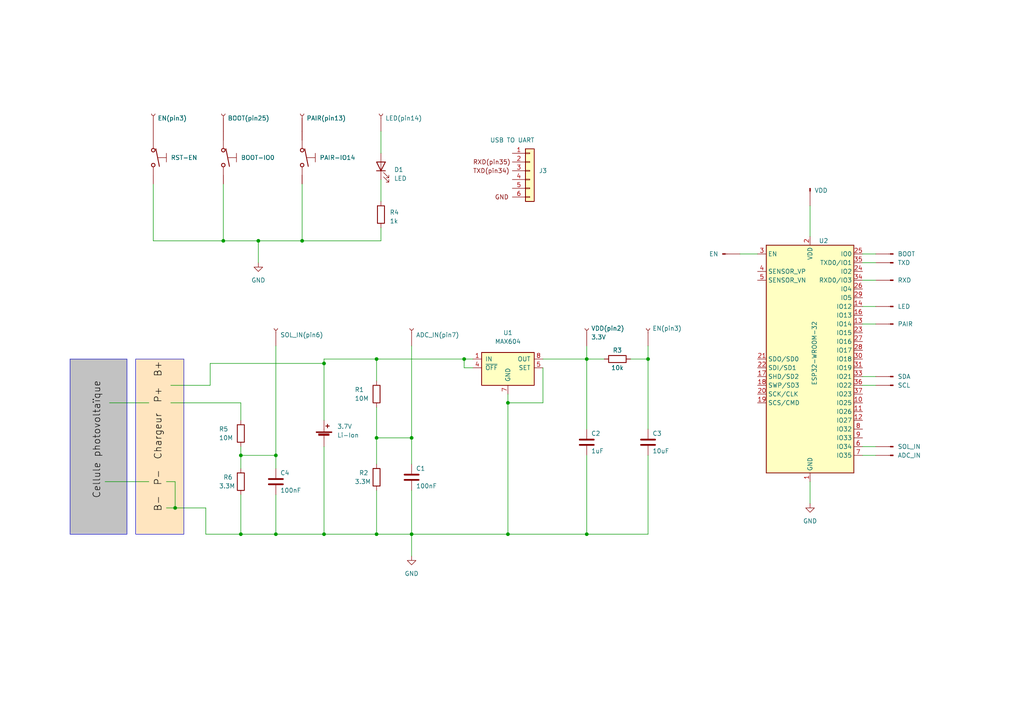
<source format=kicad_sch>
(kicad_sch (version 20230121) (generator eeschema)

  (uuid 59e138e6-7a4f-4e45-aef3-bc79353c10e7)

  (paper "A4")

  (title_block
    (title "airsens V3.0 proto")
    (date "2023-05-27")
    (rev "V3.0")
    (company "JOM52")
    (comment 1 "Nouvelle version avec association semi-automatique")
  )

  (lib_symbols
    (symbol "Analog_Switch:ADG417BR" (pin_names (offset 0.254)) (in_bom yes) (on_board yes)
      (property "Reference" "U?" (at 1.2701 -3.81 90)
        (effects (font (size 1.27 1.27)) (justify left) hide)
      )
      (property "Value" "ADG417BR" (at 8.89 -6.35 90)
        (effects (font (size 1.27 1.27)) (justify left) hide)
      )
      (property "Footprint" "Package_SO:SOIC-8_3.9x4.9mm_P1.27mm" (at -5.08 2.54 0)
        (effects (font (size 1.27 1.27)) hide)
      )
      (property "Datasheet" "https://www.analog.com/media/en/technical-documentation/data-sheets/ADG417.pdf" (at -7.62 -1.27 0)
        (effects (font (size 1.27 1.27)) hide)
      )
      (property "ki_keywords" "CMOS Analog Switch" (at 0 0 0)
        (effects (font (size 1.27 1.27)) hide)
      )
      (property "ki_description" "Single SPST Monolithic LC²MOS Analog Switch, normally OFF, 25Ohm Ron, SOIC-8" (at 0 0 0)
        (effects (font (size 1.27 1.27)) hide)
      )
      (property "ki_fp_filters" "SOIC*3.9x4.9mm*P1.27mm*" (at 0 0 0)
        (effects (font (size 1.27 1.27)) hide)
      )
      (symbol "ADG417BR_0_1"
        (polyline
          (pts
            (xy 0 1.27)
            (xy 0 3.81)
            (xy -1.27 3.81)
            (xy 1.27 3.81)
          )
          (stroke (width 0) (type default))
          (fill (type none))
        )
      )
      (symbol "ADG417BR_1_1"
        (circle (center -2.159 0) (radius 0.508)
          (stroke (width 0.254) (type default))
          (fill (type none))
        )
        (polyline
          (pts
            (xy -5.08 0)
            (xy -2.794 0)
          )
          (stroke (width 0) (type default))
          (fill (type none))
        )
        (polyline
          (pts
            (xy -2.54 0.762)
            (xy 2.54 1.778)
          )
          (stroke (width 0.254) (type default))
          (fill (type none))
        )
        (polyline
          (pts
            (xy 5.08 0)
            (xy 2.794 0)
          )
          (stroke (width 0) (type default))
          (fill (type none))
        )
        (circle (center 2.159 0) (radius 0.508)
          (stroke (width 0.254) (type default))
          (fill (type none))
        )
        (pin passive line (at -7.62 0 0) (length 2.54)
          (name "~" (effects (font (size 1.27 1.27))))
          (number "" (effects (font (size 1.27 1.27))))
        )
        (pin passive line (at 7.62 0 180) (length 2.54)
          (name "~" (effects (font (size 1.27 1.27))))
          (number "" (effects (font (size 1.27 1.27))))
        )
      )
      (symbol "ADG417BR_2_0"
        (pin no_connect line (at -2.54 10.16 270) (length 2.54) hide
          (name "NC" (effects (font (size 1.27 1.27))))
          (number "2" (effects (font (size 1.27 1.27))))
        )
        (pin power_in line (at 0 -12.7 90) (length 2.54)
          (name "GND" (effects (font (size 1.27 1.27))))
          (number "3" (effects (font (size 1.27 1.27))))
        )
        (pin power_in line (at 0 12.7 270) (length 2.54)
          (name "V+" (effects (font (size 1.27 1.27))))
          (number "4" (effects (font (size 1.27 1.27))))
        )
        (pin power_in line (at 2.54 12.7 270) (length 2.54)
          (name "VL" (effects (font (size 1.27 1.27))))
          (number "5" (effects (font (size 1.27 1.27))))
        )
        (pin power_in line (at 2.54 -12.7 90) (length 2.54)
          (name "V-" (effects (font (size 1.27 1.27))))
          (number "7" (effects (font (size 1.27 1.27))))
        )
      )
      (symbol "ADG417BR_2_1"
        (rectangle (start -3.81 10.16) (end 6.35 -10.16)
          (stroke (width 0.254) (type default))
          (fill (type background))
        )
      )
    )
    (symbol "Conn_01x01_Female_1" (pin_numbers hide) (pin_names (offset 1.016) hide) (in_bom yes) (on_board yes)
      (property "Reference" "J" (at 0 2.54 0)
        (effects (font (size 1.27 1.27)))
      )
      (property "Value" "Conn_01x01_Female_1" (at 0 -2.54 0)
        (effects (font (size 1.27 1.27)))
      )
      (property "Footprint" "" (at 0 0 0)
        (effects (font (size 1.27 1.27)) hide)
      )
      (property "Datasheet" "~" (at 0 0 0)
        (effects (font (size 1.27 1.27)) hide)
      )
      (property "ki_keywords" "connector" (at 0 0 0)
        (effects (font (size 1.27 1.27)) hide)
      )
      (property "ki_description" "Generic connector, single row, 01x01, script generated (kicad-library-utils/schlib/autogen/connector/)" (at 0 0 0)
        (effects (font (size 1.27 1.27)) hide)
      )
      (property "ki_fp_filters" "Connector*:*" (at 0 0 0)
        (effects (font (size 1.27 1.27)) hide)
      )
      (symbol "Conn_01x01_Female_1_1_1"
        (polyline
          (pts
            (xy -1.27 0)
            (xy -0.508 0)
          )
          (stroke (width 0.1524) (type default))
          (fill (type none))
        )
        (arc (start 0 0.508) (mid -0.5058 0) (end 0 -0.508)
          (stroke (width 0.1524) (type default))
          (fill (type none))
        )
        (pin passive line (at -5.08 0 0) (length 3.81)
          (name "Pin_1" (effects (font (size 1.27 1.27))))
          (number "1" (effects (font (size 1.27 1.27))))
        )
      )
    )
    (symbol "Conn_01x01_Female_2" (pin_numbers hide) (pin_names (offset 1.016) hide) (in_bom yes) (on_board yes)
      (property "Reference" "J" (at 0 2.54 0)
        (effects (font (size 1.27 1.27)))
      )
      (property "Value" "Conn_01x01_Female_2" (at 0 -2.54 0)
        (effects (font (size 1.27 1.27)))
      )
      (property "Footprint" "" (at 0 0 0)
        (effects (font (size 1.27 1.27)) hide)
      )
      (property "Datasheet" "~" (at 0 0 0)
        (effects (font (size 1.27 1.27)) hide)
      )
      (property "ki_keywords" "connector" (at 0 0 0)
        (effects (font (size 1.27 1.27)) hide)
      )
      (property "ki_description" "Generic connector, single row, 01x01, script generated (kicad-library-utils/schlib/autogen/connector/)" (at 0 0 0)
        (effects (font (size 1.27 1.27)) hide)
      )
      (property "ki_fp_filters" "Connector*:*" (at 0 0 0)
        (effects (font (size 1.27 1.27)) hide)
      )
      (symbol "Conn_01x01_Female_2_1_1"
        (polyline
          (pts
            (xy -1.27 0)
            (xy -0.508 0)
          )
          (stroke (width 0.1524) (type default))
          (fill (type none))
        )
        (arc (start 0 0.508) (mid -0.5058 0) (end 0 -0.508)
          (stroke (width 0.1524) (type default))
          (fill (type none))
        )
        (pin passive line (at -5.08 0 0) (length 3.81)
          (name "Pin_1" (effects (font (size 1.27 1.27))))
          (number "1" (effects (font (size 1.27 1.27))))
        )
      )
    )
    (symbol "Conn_01x01_Male_1" (pin_numbers hide) (pin_names (offset 1.016) hide) (in_bom yes) (on_board yes)
      (property "Reference" "J" (at 0 2.54 0)
        (effects (font (size 1.27 1.27)))
      )
      (property "Value" "Conn_01x01_Male_1" (at 0 -2.54 0)
        (effects (font (size 1.27 1.27)))
      )
      (property "Footprint" "" (at 0 0 0)
        (effects (font (size 1.27 1.27)) hide)
      )
      (property "Datasheet" "~" (at 0 0 0)
        (effects (font (size 1.27 1.27)) hide)
      )
      (property "ki_keywords" "connector" (at 0 0 0)
        (effects (font (size 1.27 1.27)) hide)
      )
      (property "ki_description" "Generic connector, single row, 01x01, script generated (kicad-library-utils/schlib/autogen/connector/)" (at 0 0 0)
        (effects (font (size 1.27 1.27)) hide)
      )
      (property "ki_fp_filters" "Connector*:*" (at 0 0 0)
        (effects (font (size 1.27 1.27)) hide)
      )
      (symbol "Conn_01x01_Male_1_1_1"
        (polyline
          (pts
            (xy 1.27 0)
            (xy 0.8636 0)
          )
          (stroke (width 0.1524) (type default))
          (fill (type none))
        )
        (rectangle (start 0.8636 0.127) (end 0 -0.127)
          (stroke (width 0.1524) (type default))
          (fill (type outline))
        )
        (pin passive line (at 5.08 0 180) (length 3.81)
          (name "Pin_1" (effects (font (size 1.27 1.27))))
          (number "1" (effects (font (size 1.27 1.27))))
        )
      )
    )
    (symbol "Conn_01x01_Male_3" (pin_numbers hide) (pin_names (offset 1.016) hide) (in_bom yes) (on_board yes)
      (property "Reference" "J" (at 0 2.54 0)
        (effects (font (size 1.27 1.27)))
      )
      (property "Value" "Conn_01x01_Male_3" (at 0 -2.54 0)
        (effects (font (size 1.27 1.27)))
      )
      (property "Footprint" "" (at 0 0 0)
        (effects (font (size 1.27 1.27)) hide)
      )
      (property "Datasheet" "~" (at 0 0 0)
        (effects (font (size 1.27 1.27)) hide)
      )
      (property "ki_keywords" "connector" (at 0 0 0)
        (effects (font (size 1.27 1.27)) hide)
      )
      (property "ki_description" "Generic connector, single row, 01x01, script generated (kicad-library-utils/schlib/autogen/connector/)" (at 0 0 0)
        (effects (font (size 1.27 1.27)) hide)
      )
      (property "ki_fp_filters" "Connector*:*" (at 0 0 0)
        (effects (font (size 1.27 1.27)) hide)
      )
      (symbol "Conn_01x01_Male_3_1_1"
        (polyline
          (pts
            (xy 1.27 0)
            (xy 0.8636 0)
          )
          (stroke (width 0.1524) (type default))
          (fill (type none))
        )
        (rectangle (start 0.8636 0.127) (end 0 -0.127)
          (stroke (width 0.1524) (type default))
          (fill (type outline))
        )
        (pin passive line (at 5.08 0 180) (length 3.81)
          (name "Pin_1" (effects (font (size 1.27 1.27))))
          (number "1" (effects (font (size 1.27 1.27))))
        )
      )
    )
    (symbol "Connector:Conn_01x01_Female" (pin_numbers hide) (pin_names (offset 1.016) hide) (in_bom yes) (on_board yes)
      (property "Reference" "J" (at 0 2.54 0)
        (effects (font (size 1.27 1.27)))
      )
      (property "Value" "Conn_01x01_Female" (at 0 -2.54 0)
        (effects (font (size 1.27 1.27)))
      )
      (property "Footprint" "" (at 0 0 0)
        (effects (font (size 1.27 1.27)) hide)
      )
      (property "Datasheet" "~" (at 0 0 0)
        (effects (font (size 1.27 1.27)) hide)
      )
      (property "ki_keywords" "connector" (at 0 0 0)
        (effects (font (size 1.27 1.27)) hide)
      )
      (property "ki_description" "Generic connector, single row, 01x01, script generated (kicad-library-utils/schlib/autogen/connector/)" (at 0 0 0)
        (effects (font (size 1.27 1.27)) hide)
      )
      (property "ki_fp_filters" "Connector*:*" (at 0 0 0)
        (effects (font (size 1.27 1.27)) hide)
      )
      (symbol "Conn_01x01_Female_1_1"
        (polyline
          (pts
            (xy -1.27 0)
            (xy -0.508 0)
          )
          (stroke (width 0.1524) (type default))
          (fill (type none))
        )
        (arc (start 0 0.508) (mid -0.5058 0) (end 0 -0.508)
          (stroke (width 0.1524) (type default))
          (fill (type none))
        )
        (pin passive line (at -5.08 0 0) (length 3.81)
          (name "Pin_1" (effects (font (size 1.27 1.27))))
          (number "1" (effects (font (size 1.27 1.27))))
        )
      )
    )
    (symbol "Connector:Conn_01x01_Male" (pin_numbers hide) (pin_names (offset 1.016) hide) (in_bom yes) (on_board yes)
      (property "Reference" "J" (at 0 2.54 0)
        (effects (font (size 1.27 1.27)))
      )
      (property "Value" "Conn_01x01_Male" (at 0 -2.54 0)
        (effects (font (size 1.27 1.27)))
      )
      (property "Footprint" "" (at 0 0 0)
        (effects (font (size 1.27 1.27)) hide)
      )
      (property "Datasheet" "~" (at 0 0 0)
        (effects (font (size 1.27 1.27)) hide)
      )
      (property "ki_keywords" "connector" (at 0 0 0)
        (effects (font (size 1.27 1.27)) hide)
      )
      (property "ki_description" "Generic connector, single row, 01x01, script generated (kicad-library-utils/schlib/autogen/connector/)" (at 0 0 0)
        (effects (font (size 1.27 1.27)) hide)
      )
      (property "ki_fp_filters" "Connector*:*" (at 0 0 0)
        (effects (font (size 1.27 1.27)) hide)
      )
      (symbol "Conn_01x01_Male_1_1"
        (polyline
          (pts
            (xy 1.27 0)
            (xy 0.8636 0)
          )
          (stroke (width 0.1524) (type default))
          (fill (type none))
        )
        (rectangle (start 0.8636 0.127) (end 0 -0.127)
          (stroke (width 0.1524) (type default))
          (fill (type outline))
        )
        (pin passive line (at 5.08 0 180) (length 3.81)
          (name "Pin_1" (effects (font (size 1.27 1.27))))
          (number "1" (effects (font (size 1.27 1.27))))
        )
      )
    )
    (symbol "Connector_Generic:Conn_01x06" (pin_names (offset 1.016) hide) (in_bom yes) (on_board yes)
      (property "Reference" "J3" (at 3.81 0 0)
        (effects (font (size 1.27 1.27)))
      )
      (property "Value" "USB TO UART" (at -5.08 8.89 0)
        (effects (font (size 1.27 1.27)))
      )
      (property "Footprint" "" (at 0 0 0)
        (effects (font (size 1.27 1.27)) hide)
      )
      (property "Datasheet" "~" (at 0 0 0)
        (effects (font (size 1.27 1.27)) hide)
      )
      (property "ki_keywords" "connector" (at 0 0 0)
        (effects (font (size 1.27 1.27)) hide)
      )
      (property "ki_description" "Generic connector, single row, 01x06, script generated (kicad-library-utils/schlib/autogen/connector/)" (at 0 0 0)
        (effects (font (size 1.27 1.27)) hide)
      )
      (property "ki_fp_filters" "Connector*:*_1x??_*" (at 0 0 0)
        (effects (font (size 1.27 1.27)) hide)
      )
      (symbol "Conn_01x06_0_0"
        (text "GND" (at -10.16 -7.62 0)
          (effects (font (size 1.27 1.27)) (justify left))
        )
        (text "RXD(pin35)" (at -16.51 2.54 0)
          (effects (font (size 1.27 1.27)) (justify left))
        )
        (text "TXD(pin34)" (at -16.51 0 0)
          (effects (font (size 1.27 1.27)) (justify left))
        )
      )
      (symbol "Conn_01x06_1_1"
        (rectangle (start -1.27 -7.493) (end 0 -7.747)
          (stroke (width 0.1524) (type default))
          (fill (type none))
        )
        (rectangle (start -1.27 -4.953) (end 0 -5.207)
          (stroke (width 0.1524) (type default))
          (fill (type none))
        )
        (rectangle (start -1.27 -2.413) (end 0 -2.667)
          (stroke (width 0.1524) (type default))
          (fill (type none))
        )
        (rectangle (start -1.27 0.127) (end 0 -0.127)
          (stroke (width 0.1524) (type default))
          (fill (type none))
        )
        (rectangle (start -1.27 2.667) (end 0 2.413)
          (stroke (width 0.1524) (type default))
          (fill (type none))
        )
        (rectangle (start -1.27 5.207) (end 0 4.953)
          (stroke (width 0.1524) (type default))
          (fill (type none))
        )
        (rectangle (start -1.27 6.35) (end 1.27 -8.89)
          (stroke (width 0.254) (type default))
          (fill (type background))
        )
        (pin passive line (at -5.08 5.08 0) (length 3.81)
          (name "Pin_1" (effects (font (size 1.27 1.27))))
          (number "1" (effects (font (size 1.27 1.27))))
        )
        (pin passive line (at -5.08 2.54 0) (length 3.81)
          (name "Pin_2" (effects (font (size 1.27 1.27))))
          (number "2" (effects (font (size 1.27 1.27))))
        )
        (pin passive line (at -5.08 0 0) (length 3.81)
          (name "Pin_3" (effects (font (size 1.27 1.27))))
          (number "3" (effects (font (size 1.27 1.27))))
        )
        (pin passive line (at -5.08 -2.54 0) (length 3.81)
          (name "Pin_4" (effects (font (size 1.27 1.27))))
          (number "4" (effects (font (size 1.27 1.27))))
        )
        (pin passive line (at -5.08 -5.08 0) (length 3.81)
          (name "Pin_5" (effects (font (size 1.27 1.27))))
          (number "5" (effects (font (size 1.27 1.27))))
        )
        (pin passive line (at -5.08 -7.62 0) (length 3.81)
          (name "Pin_6" (effects (font (size 1.27 1.27))))
          (number "6" (effects (font (size 1.27 1.27))))
        )
      )
    )
    (symbol "Device:Battery_Cell" (pin_numbers hide) (pin_names (offset 0) hide) (in_bom yes) (on_board yes)
      (property "Reference" "BT" (at 2.54 2.54 0)
        (effects (font (size 1.27 1.27)) (justify left))
      )
      (property "Value" "Battery_Cell" (at 2.54 0 0)
        (effects (font (size 1.27 1.27)) (justify left))
      )
      (property "Footprint" "" (at 0 1.524 90)
        (effects (font (size 1.27 1.27)) hide)
      )
      (property "Datasheet" "~" (at 0 1.524 90)
        (effects (font (size 1.27 1.27)) hide)
      )
      (property "ki_keywords" "battery cell" (at 0 0 0)
        (effects (font (size 1.27 1.27)) hide)
      )
      (property "ki_description" "Single-cell battery" (at 0 0 0)
        (effects (font (size 1.27 1.27)) hide)
      )
      (symbol "Battery_Cell_0_1"
        (rectangle (start -2.286 1.778) (end 2.286 1.524)
          (stroke (width 0) (type default))
          (fill (type outline))
        )
        (rectangle (start -1.5748 1.1938) (end 1.4732 0.6858)
          (stroke (width 0) (type default))
          (fill (type outline))
        )
        (polyline
          (pts
            (xy 0 0.762)
            (xy 0 0)
          )
          (stroke (width 0) (type default))
          (fill (type none))
        )
        (polyline
          (pts
            (xy 0 1.778)
            (xy 0 2.54)
          )
          (stroke (width 0) (type default))
          (fill (type none))
        )
        (polyline
          (pts
            (xy 0.508 3.429)
            (xy 1.524 3.429)
          )
          (stroke (width 0.254) (type default))
          (fill (type none))
        )
        (polyline
          (pts
            (xy 1.016 3.937)
            (xy 1.016 2.921)
          )
          (stroke (width 0.254) (type default))
          (fill (type none))
        )
      )
      (symbol "Battery_Cell_1_1"
        (pin passive line (at 0 5.08 270) (length 2.54)
          (name "+" (effects (font (size 1.27 1.27))))
          (number "1" (effects (font (size 1.27 1.27))))
        )
        (pin passive line (at 0 -2.54 90) (length 2.54)
          (name "-" (effects (font (size 1.27 1.27))))
          (number "2" (effects (font (size 1.27 1.27))))
        )
      )
    )
    (symbol "Device:C" (pin_numbers hide) (pin_names (offset 0.254)) (in_bom yes) (on_board yes)
      (property "Reference" "C" (at 0.635 2.54 0)
        (effects (font (size 1.27 1.27)) (justify left))
      )
      (property "Value" "C" (at 0.635 -2.54 0)
        (effects (font (size 1.27 1.27)) (justify left))
      )
      (property "Footprint" "" (at 0.9652 -3.81 0)
        (effects (font (size 1.27 1.27)) hide)
      )
      (property "Datasheet" "~" (at 0 0 0)
        (effects (font (size 1.27 1.27)) hide)
      )
      (property "ki_keywords" "cap capacitor" (at 0 0 0)
        (effects (font (size 1.27 1.27)) hide)
      )
      (property "ki_description" "Unpolarized capacitor" (at 0 0 0)
        (effects (font (size 1.27 1.27)) hide)
      )
      (property "ki_fp_filters" "C_*" (at 0 0 0)
        (effects (font (size 1.27 1.27)) hide)
      )
      (symbol "C_0_1"
        (polyline
          (pts
            (xy -2.032 -0.762)
            (xy 2.032 -0.762)
          )
          (stroke (width 0.508) (type default))
          (fill (type none))
        )
        (polyline
          (pts
            (xy -2.032 0.762)
            (xy 2.032 0.762)
          )
          (stroke (width 0.508) (type default))
          (fill (type none))
        )
      )
      (symbol "C_1_1"
        (pin passive line (at 0 3.81 270) (length 2.794)
          (name "~" (effects (font (size 1.27 1.27))))
          (number "1" (effects (font (size 1.27 1.27))))
        )
        (pin passive line (at 0 -3.81 90) (length 2.794)
          (name "~" (effects (font (size 1.27 1.27))))
          (number "2" (effects (font (size 1.27 1.27))))
        )
      )
    )
    (symbol "Device:LED" (pin_numbers hide) (pin_names (offset 1.016) hide) (in_bom yes) (on_board yes)
      (property "Reference" "D" (at 0 2.54 0)
        (effects (font (size 1.27 1.27)))
      )
      (property "Value" "LED" (at 0 -2.54 0)
        (effects (font (size 1.27 1.27)))
      )
      (property "Footprint" "" (at 0 0 0)
        (effects (font (size 1.27 1.27)) hide)
      )
      (property "Datasheet" "~" (at 0 0 0)
        (effects (font (size 1.27 1.27)) hide)
      )
      (property "ki_keywords" "LED diode" (at 0 0 0)
        (effects (font (size 1.27 1.27)) hide)
      )
      (property "ki_description" "Light emitting diode" (at 0 0 0)
        (effects (font (size 1.27 1.27)) hide)
      )
      (property "ki_fp_filters" "LED* LED_SMD:* LED_THT:*" (at 0 0 0)
        (effects (font (size 1.27 1.27)) hide)
      )
      (symbol "LED_0_1"
        (polyline
          (pts
            (xy -1.27 -1.27)
            (xy -1.27 1.27)
          )
          (stroke (width 0.254) (type default))
          (fill (type none))
        )
        (polyline
          (pts
            (xy -1.27 0)
            (xy 1.27 0)
          )
          (stroke (width 0) (type default))
          (fill (type none))
        )
        (polyline
          (pts
            (xy 1.27 -1.27)
            (xy 1.27 1.27)
            (xy -1.27 0)
            (xy 1.27 -1.27)
          )
          (stroke (width 0.254) (type default))
          (fill (type none))
        )
        (polyline
          (pts
            (xy -3.048 -0.762)
            (xy -4.572 -2.286)
            (xy -3.81 -2.286)
            (xy -4.572 -2.286)
            (xy -4.572 -1.524)
          )
          (stroke (width 0) (type default))
          (fill (type none))
        )
        (polyline
          (pts
            (xy -1.778 -0.762)
            (xy -3.302 -2.286)
            (xy -2.54 -2.286)
            (xy -3.302 -2.286)
            (xy -3.302 -1.524)
          )
          (stroke (width 0) (type default))
          (fill (type none))
        )
      )
      (symbol "LED_1_1"
        (pin passive line (at -3.81 0 0) (length 2.54)
          (name "K" (effects (font (size 1.27 1.27))))
          (number "1" (effects (font (size 1.27 1.27))))
        )
        (pin passive line (at 3.81 0 180) (length 2.54)
          (name "A" (effects (font (size 1.27 1.27))))
          (number "2" (effects (font (size 1.27 1.27))))
        )
      )
    )
    (symbol "Device:R" (pin_numbers hide) (pin_names (offset 0)) (in_bom yes) (on_board yes)
      (property "Reference" "R" (at 2.032 0 90)
        (effects (font (size 1.27 1.27)))
      )
      (property "Value" "R" (at 0 0 90)
        (effects (font (size 1.27 1.27)))
      )
      (property "Footprint" "" (at -1.778 0 90)
        (effects (font (size 1.27 1.27)) hide)
      )
      (property "Datasheet" "~" (at 0 0 0)
        (effects (font (size 1.27 1.27)) hide)
      )
      (property "ki_keywords" "R res resistor" (at 0 0 0)
        (effects (font (size 1.27 1.27)) hide)
      )
      (property "ki_description" "Resistor" (at 0 0 0)
        (effects (font (size 1.27 1.27)) hide)
      )
      (property "ki_fp_filters" "R_*" (at 0 0 0)
        (effects (font (size 1.27 1.27)) hide)
      )
      (symbol "R_0_1"
        (rectangle (start -1.016 -2.54) (end 1.016 2.54)
          (stroke (width 0.254) (type default))
          (fill (type none))
        )
      )
      (symbol "R_1_1"
        (pin passive line (at 0 3.81 270) (length 1.27)
          (name "~" (effects (font (size 1.27 1.27))))
          (number "1" (effects (font (size 1.27 1.27))))
        )
        (pin passive line (at 0 -3.81 90) (length 1.27)
          (name "~" (effects (font (size 1.27 1.27))))
          (number "2" (effects (font (size 1.27 1.27))))
        )
      )
    )
    (symbol "RF_Module:ESP32-WROOM-32" (in_bom yes) (on_board yes)
      (property "Reference" "U" (at -12.7 34.29 0)
        (effects (font (size 1.27 1.27)) (justify left))
      )
      (property "Value" "ESP32-WROOM-32" (at 1.27 34.29 0)
        (effects (font (size 1.27 1.27)) (justify left))
      )
      (property "Footprint" "RF_Module:ESP32-WROOM-32" (at 0 -38.1 0)
        (effects (font (size 1.27 1.27)) hide)
      )
      (property "Datasheet" "https://www.espressif.com/sites/default/files/documentation/esp32-wroom-32_datasheet_en.pdf" (at -7.62 1.27 0)
        (effects (font (size 1.27 1.27)) hide)
      )
      (property "ki_keywords" "RF Radio BT ESP ESP32 Espressif onboard PCB antenna" (at 0 0 0)
        (effects (font (size 1.27 1.27)) hide)
      )
      (property "ki_description" "RF Module, ESP32-D0WDQ6 SoC, Wi-Fi 802.11b/g/n, Bluetooth, BLE, 32-bit, 2.7-3.6V, onboard antenna, SMD" (at 0 0 0)
        (effects (font (size 1.27 1.27)) hide)
      )
      (property "ki_fp_filters" "ESP32?WROOM?32*" (at 0 0 0)
        (effects (font (size 1.27 1.27)) hide)
      )
      (symbol "ESP32-WROOM-32_0_1"
        (rectangle (start -12.7 33.02) (end 12.7 -33.02)
          (stroke (width 0.254) (type default))
          (fill (type background))
        )
      )
      (symbol "ESP32-WROOM-32_1_1"
        (pin power_in line (at 0 -35.56 90) (length 2.54)
          (name "GND" (effects (font (size 1.27 1.27))))
          (number "1" (effects (font (size 1.27 1.27))))
        )
        (pin bidirectional line (at 15.24 -12.7 180) (length 2.54)
          (name "IO25" (effects (font (size 1.27 1.27))))
          (number "10" (effects (font (size 1.27 1.27))))
        )
        (pin bidirectional line (at 15.24 -15.24 180) (length 2.54)
          (name "IO26" (effects (font (size 1.27 1.27))))
          (number "11" (effects (font (size 1.27 1.27))))
        )
        (pin bidirectional line (at 15.24 -17.78 180) (length 2.54)
          (name "IO27" (effects (font (size 1.27 1.27))))
          (number "12" (effects (font (size 1.27 1.27))))
        )
        (pin bidirectional line (at 15.24 10.16 180) (length 2.54)
          (name "IO14" (effects (font (size 1.27 1.27))))
          (number "13" (effects (font (size 1.27 1.27))))
        )
        (pin bidirectional line (at 15.24 15.24 180) (length 2.54)
          (name "IO12" (effects (font (size 1.27 1.27))))
          (number "14" (effects (font (size 1.27 1.27))))
        )
        (pin passive line (at 0 -35.56 90) (length 2.54) hide
          (name "GND" (effects (font (size 1.27 1.27))))
          (number "15" (effects (font (size 1.27 1.27))))
        )
        (pin bidirectional line (at 15.24 12.7 180) (length 2.54)
          (name "IO13" (effects (font (size 1.27 1.27))))
          (number "16" (effects (font (size 1.27 1.27))))
        )
        (pin bidirectional line (at -15.24 -5.08 0) (length 2.54)
          (name "SHD/SD2" (effects (font (size 1.27 1.27))))
          (number "17" (effects (font (size 1.27 1.27))))
        )
        (pin bidirectional line (at -15.24 -7.62 0) (length 2.54)
          (name "SWP/SD3" (effects (font (size 1.27 1.27))))
          (number "18" (effects (font (size 1.27 1.27))))
        )
        (pin bidirectional line (at -15.24 -12.7 0) (length 2.54)
          (name "SCS/CMD" (effects (font (size 1.27 1.27))))
          (number "19" (effects (font (size 1.27 1.27))))
        )
        (pin power_in line (at 0 35.56 270) (length 2.54)
          (name "VDD" (effects (font (size 1.27 1.27))))
          (number "2" (effects (font (size 1.27 1.27))))
        )
        (pin bidirectional line (at -15.24 -10.16 0) (length 2.54)
          (name "SCK/CLK" (effects (font (size 1.27 1.27))))
          (number "20" (effects (font (size 1.27 1.27))))
        )
        (pin bidirectional line (at -15.24 0 0) (length 2.54)
          (name "SDO/SD0" (effects (font (size 1.27 1.27))))
          (number "21" (effects (font (size 1.27 1.27))))
        )
        (pin bidirectional line (at -15.24 -2.54 0) (length 2.54)
          (name "SDI/SD1" (effects (font (size 1.27 1.27))))
          (number "22" (effects (font (size 1.27 1.27))))
        )
        (pin bidirectional line (at 15.24 7.62 180) (length 2.54)
          (name "IO15" (effects (font (size 1.27 1.27))))
          (number "23" (effects (font (size 1.27 1.27))))
        )
        (pin bidirectional line (at 15.24 25.4 180) (length 2.54)
          (name "IO2" (effects (font (size 1.27 1.27))))
          (number "24" (effects (font (size 1.27 1.27))))
        )
        (pin bidirectional line (at 15.24 30.48 180) (length 2.54)
          (name "IO0" (effects (font (size 1.27 1.27))))
          (number "25" (effects (font (size 1.27 1.27))))
        )
        (pin bidirectional line (at 15.24 20.32 180) (length 2.54)
          (name "IO4" (effects (font (size 1.27 1.27))))
          (number "26" (effects (font (size 1.27 1.27))))
        )
        (pin bidirectional line (at 15.24 5.08 180) (length 2.54)
          (name "IO16" (effects (font (size 1.27 1.27))))
          (number "27" (effects (font (size 1.27 1.27))))
        )
        (pin bidirectional line (at 15.24 2.54 180) (length 2.54)
          (name "IO17" (effects (font (size 1.27 1.27))))
          (number "28" (effects (font (size 1.27 1.27))))
        )
        (pin bidirectional line (at 15.24 17.78 180) (length 2.54)
          (name "IO5" (effects (font (size 1.27 1.27))))
          (number "29" (effects (font (size 1.27 1.27))))
        )
        (pin input line (at -15.24 30.48 0) (length 2.54)
          (name "EN" (effects (font (size 1.27 1.27))))
          (number "3" (effects (font (size 1.27 1.27))))
        )
        (pin bidirectional line (at 15.24 0 180) (length 2.54)
          (name "IO18" (effects (font (size 1.27 1.27))))
          (number "30" (effects (font (size 1.27 1.27))))
        )
        (pin bidirectional line (at 15.24 -2.54 180) (length 2.54)
          (name "IO19" (effects (font (size 1.27 1.27))))
          (number "31" (effects (font (size 1.27 1.27))))
        )
        (pin no_connect line (at -12.7 -27.94 0) (length 2.54) hide
          (name "NC" (effects (font (size 1.27 1.27))))
          (number "32" (effects (font (size 1.27 1.27))))
        )
        (pin bidirectional line (at 15.24 -5.08 180) (length 2.54)
          (name "IO21" (effects (font (size 1.27 1.27))))
          (number "33" (effects (font (size 1.27 1.27))))
        )
        (pin bidirectional line (at 15.24 22.86 180) (length 2.54)
          (name "RXD0/IO3" (effects (font (size 1.27 1.27))))
          (number "34" (effects (font (size 1.27 1.27))))
        )
        (pin bidirectional line (at 15.24 27.94 180) (length 2.54)
          (name "TXD0/IO1" (effects (font (size 1.27 1.27))))
          (number "35" (effects (font (size 1.27 1.27))))
        )
        (pin bidirectional line (at 15.24 -7.62 180) (length 2.54)
          (name "IO22" (effects (font (size 1.27 1.27))))
          (number "36" (effects (font (size 1.27 1.27))))
        )
        (pin bidirectional line (at 15.24 -10.16 180) (length 2.54)
          (name "IO23" (effects (font (size 1.27 1.27))))
          (number "37" (effects (font (size 1.27 1.27))))
        )
        (pin passive line (at 0 -35.56 90) (length 2.54) hide
          (name "GND" (effects (font (size 1.27 1.27))))
          (number "38" (effects (font (size 1.27 1.27))))
        )
        (pin passive line (at 0 -35.56 90) (length 2.54) hide
          (name "GND" (effects (font (size 1.27 1.27))))
          (number "39" (effects (font (size 1.27 1.27))))
        )
        (pin input line (at -15.24 25.4 0) (length 2.54)
          (name "SENSOR_VP" (effects (font (size 1.27 1.27))))
          (number "4" (effects (font (size 1.27 1.27))))
        )
        (pin input line (at -15.24 22.86 0) (length 2.54)
          (name "SENSOR_VN" (effects (font (size 1.27 1.27))))
          (number "5" (effects (font (size 1.27 1.27))))
        )
        (pin input line (at 15.24 -25.4 180) (length 2.54)
          (name "IO34" (effects (font (size 1.27 1.27))))
          (number "6" (effects (font (size 1.27 1.27))))
        )
        (pin input line (at 15.24 -27.94 180) (length 2.54)
          (name "IO35" (effects (font (size 1.27 1.27))))
          (number "7" (effects (font (size 1.27 1.27))))
        )
        (pin bidirectional line (at 15.24 -20.32 180) (length 2.54)
          (name "IO32" (effects (font (size 1.27 1.27))))
          (number "8" (effects (font (size 1.27 1.27))))
        )
        (pin bidirectional line (at 15.24 -22.86 180) (length 2.54)
          (name "IO33" (effects (font (size 1.27 1.27))))
          (number "9" (effects (font (size 1.27 1.27))))
        )
      )
    )
    (symbol "Regulator_Linear:MAX604" (pin_names (offset 1.016)) (in_bom yes) (on_board yes)
      (property "Reference" "U" (at -6.35 5.715 0)
        (effects (font (size 1.27 1.27)))
      )
      (property "Value" "MAX604" (at 0 5.715 0)
        (effects (font (size 1.27 1.27)) (justify left))
      )
      (property "Footprint" "" (at 0 8.255 0)
        (effects (font (size 1.27 1.27) italic) hide)
      )
      (property "Datasheet" "http://datasheets.maximintegrated.com/en/ds/MAX603-MAX604.pdf" (at 0 -1.27 0)
        (effects (font (size 1.27 1.27)) hide)
      )
      (property "ki_keywords" "Linear LDO Regulator 500mA 3.3V fixed" (at 0 0 0)
        (effects (font (size 1.27 1.27)) hide)
      )
      (property "ki_description" "500mA Linear LDO Regulator, Fixed Output 3.3V, DIP-8/SO-8" (at 0 0 0)
        (effects (font (size 1.27 1.27)) hide)
      )
      (property "ki_fp_filters" "DIP*W7.62mm* SOIC*3.9x4.9mm*P1.27mm*" (at 0 0 0)
        (effects (font (size 1.27 1.27)) hide)
      )
      (symbol "MAX604_0_1"
        (rectangle (start -7.62 4.445) (end 7.62 -5.08)
          (stroke (width 0.254) (type default))
          (fill (type background))
        )
      )
      (symbol "MAX604_1_1"
        (pin power_in line (at -10.16 2.54 0) (length 2.54)
          (name "IN" (effects (font (size 1.27 1.27))))
          (number "1" (effects (font (size 1.27 1.27))))
        )
        (pin passive line (at 0 -7.62 90) (length 2.54) hide
          (name "GND" (effects (font (size 1.27 1.27))))
          (number "2" (effects (font (size 1.27 1.27))))
        )
        (pin passive line (at 0 -7.62 90) (length 2.54) hide
          (name "GND" (effects (font (size 1.27 1.27))))
          (number "3" (effects (font (size 1.27 1.27))))
        )
        (pin input line (at -10.16 0 0) (length 2.54)
          (name "~{OFF}" (effects (font (size 1.27 1.27))))
          (number "4" (effects (font (size 1.27 1.27))))
        )
        (pin passive line (at 10.16 0 180) (length 2.54)
          (name "SET" (effects (font (size 1.27 1.27))))
          (number "5" (effects (font (size 1.27 1.27))))
        )
        (pin passive line (at 0 -7.62 90) (length 2.54) hide
          (name "GND" (effects (font (size 1.27 1.27))))
          (number "6" (effects (font (size 1.27 1.27))))
        )
        (pin power_in line (at 0 -7.62 90) (length 2.54)
          (name "GND" (effects (font (size 1.27 1.27))))
          (number "7" (effects (font (size 1.27 1.27))))
        )
        (pin power_out line (at 10.16 2.54 180) (length 2.54)
          (name "OUT" (effects (font (size 1.27 1.27))))
          (number "8" (effects (font (size 1.27 1.27))))
        )
      )
    )
    (symbol "power:GND" (power) (pin_names (offset 0)) (in_bom yes) (on_board yes)
      (property "Reference" "#PWR" (at 0 -6.35 0)
        (effects (font (size 1.27 1.27)) hide)
      )
      (property "Value" "GND" (at 0 -3.81 0)
        (effects (font (size 1.27 1.27)))
      )
      (property "Footprint" "" (at 0 0 0)
        (effects (font (size 1.27 1.27)) hide)
      )
      (property "Datasheet" "" (at 0 0 0)
        (effects (font (size 1.27 1.27)) hide)
      )
      (property "ki_keywords" "power-flag" (at 0 0 0)
        (effects (font (size 1.27 1.27)) hide)
      )
      (property "ki_description" "Power symbol creates a global label with name \"GND\" , ground" (at 0 0 0)
        (effects (font (size 1.27 1.27)) hide)
      )
      (symbol "GND_0_1"
        (polyline
          (pts
            (xy 0 0)
            (xy 0 -1.27)
            (xy 1.27 -1.27)
            (xy 0 -2.54)
            (xy -1.27 -1.27)
            (xy 0 -1.27)
          )
          (stroke (width 0) (type default))
          (fill (type none))
        )
      )
      (symbol "GND_1_1"
        (pin power_in line (at 0 0 270) (length 0) hide
          (name "GND" (effects (font (size 1.27 1.27))))
          (number "1" (effects (font (size 1.27 1.27))))
        )
      )
    )
  )

  (junction (at 80.01 132.08) (diameter 0) (color 0 0 0 0)
    (uuid 0aabe771-13e0-4497-9291-f6b7cb58b3ac)
  )
  (junction (at 69.85 132.08) (diameter 0) (color 0 0 0 0)
    (uuid 1285b42b-ea73-40b8-ad3d-2416077c0150)
  )
  (junction (at 64.77 69.85) (diameter 0) (color 0 0 0 0)
    (uuid 1d892ec6-01a8-46b0-89ed-ecbdbd4ce449)
  )
  (junction (at 109.22 154.94) (diameter 0) (color 0 0 0 0)
    (uuid 23f870f5-657a-409c-88e6-b4e7dcbe198d)
  )
  (junction (at 119.38 154.94) (diameter 0) (color 0 0 0 0)
    (uuid 330559f3-5d4d-4ee1-9c67-9f97d8cc9311)
  )
  (junction (at 147.32 116.84) (diameter 0) (color 0 0 0 0)
    (uuid 405ac5f9-4485-40bf-88ef-fd676eb4bd23)
  )
  (junction (at 69.85 154.94) (diameter 0) (color 0 0 0 0)
    (uuid 4da20f65-14aa-4600-9155-3f26ca2d820d)
  )
  (junction (at 109.22 104.14) (diameter 0) (color 0 0 0 0)
    (uuid 4e8df9b8-5eef-467d-9b0b-70be111740c9)
  )
  (junction (at 50.8 147.32) (diameter 0) (color 0 0 0 0)
    (uuid 5655b2ec-4af3-47ce-92f6-7418eea04fe5)
  )
  (junction (at 134.62 104.14) (diameter 0) (color 0 0 0 0)
    (uuid 60819ca8-a37d-4206-815d-b4c616a8bbfe)
  )
  (junction (at 187.96 104.14) (diameter 0) (color 0 0 0 0)
    (uuid 85d13a89-c835-4fa6-8484-dc5a180077f2)
  )
  (junction (at 147.32 154.94) (diameter 0) (color 0 0 0 0)
    (uuid 89443180-176a-451e-90bb-ea270bccdc5f)
  )
  (junction (at 93.98 154.94) (diameter 0) (color 0 0 0 0)
    (uuid 8fb0a7ec-24f8-49e5-9d4d-ee9805bf78fd)
  )
  (junction (at 87.63 69.85) (diameter 0) (color 0 0 0 0)
    (uuid 967629c4-966e-4da3-b5c5-fdbc8dc9fdfe)
  )
  (junction (at 93.98 105.41) (diameter 0) (color 0 0 0 0)
    (uuid 9b987eb6-2fa7-44dd-97cb-0c663d921af6)
  )
  (junction (at 80.01 154.94) (diameter 0) (color 0 0 0 0)
    (uuid a56181f3-1730-4ae4-a9ec-f034ff01f3ed)
  )
  (junction (at 170.18 154.94) (diameter 0) (color 0 0 0 0)
    (uuid ce023fd4-b74b-492a-a1fd-63d3cc66e3b6)
  )
  (junction (at 74.93 69.85) (diameter 0) (color 0 0 0 0)
    (uuid d1171917-305f-4d03-8739-0736ca0e58a0)
  )
  (junction (at 109.22 127) (diameter 0) (color 0 0 0 0)
    (uuid d4f1ac6f-e502-4674-b105-67a21f3a5153)
  )
  (junction (at 119.38 127) (diameter 0) (color 0 0 0 0)
    (uuid dcad4c0d-49ba-447d-b6d7-c4e0df87450c)
  )
  (junction (at 170.18 104.14) (diameter 0) (color 0 0 0 0)
    (uuid e0d564dc-a256-4dc7-849e-f355652d6cdc)
  )

  (wire (pts (xy 119.38 100.33) (xy 119.38 127))
    (stroke (width 0) (type default))
    (uuid 023cba9e-a358-450d-ac4f-cdc37f778475)
  )
  (wire (pts (xy 59.69 147.32) (xy 59.69 154.94))
    (stroke (width 0) (type default))
    (uuid 02ae25e4-de4d-4131-938f-c277a933e502)
  )
  (wire (pts (xy 74.93 69.85) (xy 74.93 76.2))
    (stroke (width 0) (type default))
    (uuid 09208526-924e-4ea8-a401-e6ad83a1cf16)
  )
  (wire (pts (xy 234.95 139.7) (xy 234.95 146.05))
    (stroke (width 0) (type default))
    (uuid 0ac8b627-a52c-4d23-b76f-bb43007fc729)
  )
  (wire (pts (xy 48.26 147.32) (xy 50.8 147.32))
    (stroke (width 0) (type default))
    (uuid 0d8ab6e6-8f07-45ad-bb9a-c687fea889d8)
  )
  (wire (pts (xy 93.98 105.41) (xy 93.98 104.14))
    (stroke (width 0) (type default))
    (uuid 0f40e3bf-936d-4217-b7bd-9a903c8233b9)
  )
  (wire (pts (xy 137.16 106.68) (xy 134.62 106.68))
    (stroke (width 0) (type default))
    (uuid 14ed5c55-4d3f-45ea-9660-56a7902be81f)
  )
  (wire (pts (xy 60.96 105.41) (xy 93.98 105.41))
    (stroke (width 0) (type default))
    (uuid 16b9f76b-c16f-4908-9484-3638b5f622c5)
  )
  (wire (pts (xy 44.45 69.85) (xy 64.77 69.85))
    (stroke (width 0) (type default))
    (uuid 196f127e-a85f-4a35-9c0b-b9d84585ad8e)
  )
  (wire (pts (xy 44.45 53.34) (xy 44.45 69.85))
    (stroke (width 0) (type default))
    (uuid 1c1390c4-9c0c-4009-83e6-2590404b3b04)
  )
  (wire (pts (xy 187.96 100.33) (xy 187.96 104.14))
    (stroke (width 0) (type default))
    (uuid 1c42cbe2-4802-4f06-a832-05e9e3fbb651)
  )
  (wire (pts (xy 49.53 116.84) (xy 69.85 116.84))
    (stroke (width 0) (type default))
    (uuid 1c65f44b-be13-424a-b899-b2984c99d2e5)
  )
  (wire (pts (xy 170.18 100.33) (xy 170.18 104.14))
    (stroke (width 0) (type default))
    (uuid 1e422ba2-864f-4f03-8d37-443052ec1016)
  )
  (wire (pts (xy 134.62 104.14) (xy 137.16 104.14))
    (stroke (width 0) (type default))
    (uuid 1f501250-3208-4297-9470-6e55fb73abf8)
  )
  (wire (pts (xy 110.49 52.07) (xy 110.49 58.42))
    (stroke (width 0) (type default))
    (uuid 204bee7a-c608-4134-ad34-d8be4189e36c)
  )
  (wire (pts (xy 109.22 127) (xy 119.38 127))
    (stroke (width 0) (type default))
    (uuid 24543f9a-520c-421e-b4c1-0e27dc71c244)
  )
  (wire (pts (xy 119.38 154.94) (xy 119.38 161.29))
    (stroke (width 0) (type default))
    (uuid 24d48439-5ea3-4843-ae91-d3fab3a75233)
  )
  (wire (pts (xy 31.75 116.84) (xy 43.18 116.84))
    (stroke (width 0) (type default))
    (uuid 2aeafca8-1107-4109-be32-cf1b3239bba6)
  )
  (wire (pts (xy 49.53 111.76) (xy 60.96 111.76))
    (stroke (width 0) (type default))
    (uuid 2ef9ba60-df33-4869-9849-d7a02e9993b4)
  )
  (wire (pts (xy 147.32 116.84) (xy 157.48 116.84))
    (stroke (width 0) (type default))
    (uuid 356c9cca-83e9-4a09-9f16-43230dfefa37)
  )
  (wire (pts (xy 170.18 104.14) (xy 170.18 124.46))
    (stroke (width 0) (type default))
    (uuid 3d6e28fb-8896-41c4-b082-6c563f6f504d)
  )
  (wire (pts (xy 93.98 121.92) (xy 93.98 105.41))
    (stroke (width 0) (type default))
    (uuid 3e09e642-ac80-4f7a-8de8-95055a12f7da)
  )
  (wire (pts (xy 250.19 111.76) (xy 254 111.76))
    (stroke (width 0) (type default))
    (uuid 421ba4b4-e59f-4ac6-843b-95b68f6c1273)
  )
  (wire (pts (xy 110.49 66.04) (xy 110.49 69.85))
    (stroke (width 0) (type default))
    (uuid 44a13628-aa8e-46d6-bdeb-bccd3a477495)
  )
  (wire (pts (xy 187.96 104.14) (xy 187.96 124.46))
    (stroke (width 0) (type default))
    (uuid 4553ad5c-59e9-4a2f-b7dc-005568124c1c)
  )
  (wire (pts (xy 250.19 129.54) (xy 254 129.54))
    (stroke (width 0) (type default))
    (uuid 48fa8e74-8f2e-4ddf-a8ee-a4dde37db2cb)
  )
  (wire (pts (xy 80.01 100.33) (xy 80.01 132.08))
    (stroke (width 0) (type default))
    (uuid 492bfcf1-d422-4d2f-8d92-dc16503128e6)
  )
  (wire (pts (xy 119.38 154.94) (xy 147.32 154.94))
    (stroke (width 0) (type default))
    (uuid 4b75ec41-6413-4439-a0e5-93b36f34ebcd)
  )
  (wire (pts (xy 157.48 104.14) (xy 170.18 104.14))
    (stroke (width 0) (type default))
    (uuid 4d34bfce-7aec-46db-9385-d060c5698a6f)
  )
  (wire (pts (xy 147.32 114.3) (xy 147.32 116.84))
    (stroke (width 0) (type default))
    (uuid 5055d6d2-a6a5-432b-8dd0-a35f576b7638)
  )
  (wire (pts (xy 69.85 154.94) (xy 80.01 154.94))
    (stroke (width 0) (type default))
    (uuid 55422de2-6aa4-44c0-83d9-ca7e6a2317e5)
  )
  (wire (pts (xy 134.62 104.14) (xy 134.62 106.68))
    (stroke (width 0) (type default))
    (uuid 60f1d490-5f5b-4a23-ba83-8a1f0d0d993d)
  )
  (wire (pts (xy 250.19 81.28) (xy 254 81.28))
    (stroke (width 0) (type default))
    (uuid 6238224e-0703-419c-90a3-b2ca62fb6518)
  )
  (wire (pts (xy 50.8 139.7) (xy 50.8 147.32))
    (stroke (width 0) (type default))
    (uuid 641de922-e39f-40f7-8245-bea09c3a5d14)
  )
  (wire (pts (xy 250.19 88.9) (xy 254 88.9))
    (stroke (width 0) (type default))
    (uuid 6918af2f-4ec6-4b82-8bf9-d4807801533b)
  )
  (wire (pts (xy 64.77 53.34) (xy 64.77 69.85))
    (stroke (width 0) (type default))
    (uuid 69f3f3bb-d88b-4970-95e5-4f0477209228)
  )
  (wire (pts (xy 87.63 53.34) (xy 87.63 69.85))
    (stroke (width 0) (type default))
    (uuid 7483128c-fb76-435a-924e-37b4faac98a6)
  )
  (wire (pts (xy 110.49 69.85) (xy 87.63 69.85))
    (stroke (width 0) (type default))
    (uuid 7888b25d-fc09-4dcd-918c-22dd3dc1d353)
  )
  (wire (pts (xy 50.8 147.32) (xy 59.69 147.32))
    (stroke (width 0) (type default))
    (uuid 7a083d36-3cde-4862-ab3d-6b4e33c78189)
  )
  (wire (pts (xy 69.85 129.54) (xy 69.85 132.08))
    (stroke (width 0) (type default))
    (uuid 7a80de1f-ee8f-48ab-a005-9a4fcdc973c9)
  )
  (wire (pts (xy 147.32 116.84) (xy 147.32 154.94))
    (stroke (width 0) (type default))
    (uuid 7aee47de-5235-4eb9-b537-0dad865a3ad4)
  )
  (wire (pts (xy 80.01 143.51) (xy 80.01 154.94))
    (stroke (width 0) (type default))
    (uuid 7d8de9d4-9186-487b-ac7c-ec38409415d9)
  )
  (wire (pts (xy 30.48 139.7) (xy 43.18 139.7))
    (stroke (width 0) (type default))
    (uuid 7dcfbf18-6c93-47cb-8f46-a8094fae87d3)
  )
  (wire (pts (xy 87.63 69.85) (xy 74.93 69.85))
    (stroke (width 0) (type default))
    (uuid 805891b3-175f-4a32-9ae7-2121326c2e6e)
  )
  (wire (pts (xy 147.32 154.94) (xy 170.18 154.94))
    (stroke (width 0) (type default))
    (uuid 813d4818-60b1-49ab-a459-8ca4be826790)
  )
  (wire (pts (xy 182.88 104.14) (xy 187.96 104.14))
    (stroke (width 0) (type default))
    (uuid 8658386f-37c6-4f2c-aaea-da1f8e94e4eb)
  )
  (wire (pts (xy 109.22 104.14) (xy 109.22 110.49))
    (stroke (width 0) (type default))
    (uuid 88a039e5-0688-4bd2-be55-e5c57a6ca898)
  )
  (wire (pts (xy 170.18 104.14) (xy 175.26 104.14))
    (stroke (width 0) (type default))
    (uuid 899b9d21-f1d2-4dbf-afcd-820f35a209cc)
  )
  (wire (pts (xy 170.18 132.08) (xy 170.18 154.94))
    (stroke (width 0) (type default))
    (uuid 89afb290-b0ff-42fa-ae03-51c73e48d3aa)
  )
  (wire (pts (xy 109.22 154.94) (xy 119.38 154.94))
    (stroke (width 0) (type default))
    (uuid 8d9ff24c-215b-49c7-a743-f15041e488b2)
  )
  (wire (pts (xy 187.96 154.94) (xy 170.18 154.94))
    (stroke (width 0) (type default))
    (uuid 90e7ca8c-0c4f-46d3-ba1c-ab94968b380d)
  )
  (wire (pts (xy 234.95 59.69) (xy 234.95 68.58))
    (stroke (width 0) (type default))
    (uuid 98e05f24-d18f-4407-b322-c42cfb22f744)
  )
  (wire (pts (xy 250.19 109.22) (xy 254 109.22))
    (stroke (width 0) (type default))
    (uuid a6f15540-4aac-4e1d-9bb4-675bcff748a7)
  )
  (wire (pts (xy 109.22 127) (xy 109.22 134.62))
    (stroke (width 0) (type default))
    (uuid a9b3e0f1-743d-44a8-a9bc-2e94b0d25fac)
  )
  (wire (pts (xy 109.22 118.11) (xy 109.22 127))
    (stroke (width 0) (type default))
    (uuid abafd314-77e6-44bc-8f67-fff3cb67f543)
  )
  (wire (pts (xy 64.77 69.85) (xy 74.93 69.85))
    (stroke (width 0) (type default))
    (uuid abbc5cae-94f6-4fa3-a858-bbf073664a37)
  )
  (wire (pts (xy 250.19 76.2) (xy 254 76.2))
    (stroke (width 0) (type default))
    (uuid afc8add8-fb41-461d-a7da-4fa500855643)
  )
  (wire (pts (xy 119.38 142.24) (xy 119.38 154.94))
    (stroke (width 0) (type default))
    (uuid afecd56d-a080-4aeb-ae94-679761abd773)
  )
  (wire (pts (xy 187.96 132.08) (xy 187.96 154.94))
    (stroke (width 0) (type default))
    (uuid b06a9597-00e2-46bd-8833-e525db5d438c)
  )
  (wire (pts (xy 93.98 129.54) (xy 93.98 154.94))
    (stroke (width 0) (type default))
    (uuid b1b12547-a735-4c22-905c-d9c94d4ab55d)
  )
  (wire (pts (xy 69.85 116.84) (xy 69.85 121.92))
    (stroke (width 0) (type default))
    (uuid b2bf5232-8ecd-47a6-b795-c8bcc8f74ec5)
  )
  (wire (pts (xy 93.98 154.94) (xy 109.22 154.94))
    (stroke (width 0) (type default))
    (uuid b8694f9b-fe3a-4167-b7e8-8d2e9f689812)
  )
  (wire (pts (xy 250.19 93.98) (xy 254 93.98))
    (stroke (width 0) (type default))
    (uuid b887a05f-a1a2-46cb-bdcc-e39861fb66dc)
  )
  (wire (pts (xy 69.85 132.08) (xy 80.01 132.08))
    (stroke (width 0) (type default))
    (uuid b9dbf2e6-8918-469e-b9f8-e19813bdbf42)
  )
  (wire (pts (xy 157.48 106.68) (xy 157.48 116.84))
    (stroke (width 0) (type default))
    (uuid c0df00f0-e3e3-49e5-9103-885fa3f3530c)
  )
  (wire (pts (xy 80.01 154.94) (xy 93.98 154.94))
    (stroke (width 0) (type default))
    (uuid c338c1cf-da42-42c7-8d93-f058487f9211)
  )
  (wire (pts (xy 109.22 142.24) (xy 109.22 154.94))
    (stroke (width 0) (type default))
    (uuid cd33fc2a-e5cb-4631-9d00-7a88818ce5df)
  )
  (wire (pts (xy 119.38 127) (xy 119.38 134.62))
    (stroke (width 0) (type default))
    (uuid d18f8089-9044-4dd0-b6bc-a3a371b53859)
  )
  (wire (pts (xy 69.85 143.51) (xy 69.85 154.94))
    (stroke (width 0) (type default))
    (uuid d2ce922c-760e-4903-b3b2-f5a3feaecfa0)
  )
  (wire (pts (xy 109.22 104.14) (xy 134.62 104.14))
    (stroke (width 0) (type default))
    (uuid d633fef7-2790-4142-84c7-65e78ccf7981)
  )
  (wire (pts (xy 69.85 132.08) (xy 69.85 135.89))
    (stroke (width 0) (type default))
    (uuid d85f716d-5eee-4b10-b069-0c47171283cf)
  )
  (wire (pts (xy 93.98 104.14) (xy 109.22 104.14))
    (stroke (width 0) (type default))
    (uuid e127111a-a904-4b68-8b3d-b81961a146aa)
  )
  (wire (pts (xy 250.19 132.08) (xy 254 132.08))
    (stroke (width 0) (type default))
    (uuid e5e6d809-361c-4c60-a9ec-e139447972db)
  )
  (wire (pts (xy 110.49 38.1) (xy 110.49 44.45))
    (stroke (width 0) (type default))
    (uuid e9219319-85c6-4129-93fb-8c53681ecdcb)
  )
  (wire (pts (xy 80.01 132.08) (xy 80.01 135.89))
    (stroke (width 0) (type default))
    (uuid e9bf3086-6f0c-45b3-bb2b-dd6040698441)
  )
  (wire (pts (xy 214.63 73.66) (xy 219.71 73.66))
    (stroke (width 0) (type default))
    (uuid f18a2f35-e2a3-4a36-a16d-aa3e2ce34553)
  )
  (wire (pts (xy 60.96 111.76) (xy 60.96 105.41))
    (stroke (width 0) (type default))
    (uuid f7233305-b8d8-4c49-8ec7-3640c95c77ab)
  )
  (wire (pts (xy 59.69 154.94) (xy 69.85 154.94))
    (stroke (width 0) (type default))
    (uuid fa236669-a3cb-441e-8690-deabddc5a234)
  )
  (wire (pts (xy 48.26 139.7) (xy 50.8 139.7))
    (stroke (width 0) (type default))
    (uuid ffa3d93d-0c2f-4ee7-8418-1549c401f0be)
  )
  (wire (pts (xy 250.19 73.66) (xy 254 73.66))
    (stroke (width 0) (type default))
    (uuid ffb5a3d2-739f-4540-af2b-15c752c748a3)
  )

  (rectangle (start 20.32 104.14) (end 36.83 154.94)
    (stroke (width 0) (type default))
    (fill (type color) (color 194 194 194 1))
    (uuid ad94efa8-038f-45d8-9621-6b8d42fafa81)
  )
  (rectangle (start 39.37 104.14) (end 53.34 154.94)
    (stroke (width 0) (type default))
    (fill (type color) (color 255 229 191 1))
    (uuid be6d26e2-cfe2-4e7c-aa19-17593e889e55)
  )

  (text "Cellule photovoltaïque" (at 29.21 144.78 90)
    (effects (font (size 2 2) (color 0 0 0 1)) (justify left bottom))
    (uuid ba5538e7-2f45-4cdc-a935-5cbbb021cea1)
  )
  (text "B-  P-  Chargeur  P+  B+" (at 46.99 148.59 90)
    (effects (font (size 2 2) (color 0 0 0 1)) (justify left bottom))
    (uuid d0930d76-47fb-430b-a429-f4d5ea0da87a)
  )

  (symbol (lib_id "Device:C") (at 119.38 138.43 0) (unit 1)
    (in_bom yes) (on_board yes) (dnp no)
    (uuid 049dc504-80b1-44c4-a7a9-fb6850f068f3)
    (property "Reference" "C1" (at 120.65 135.89 0)
      (effects (font (size 1.27 1.27)) (justify left))
    )
    (property "Value" "100nF" (at 120.65 140.97 0)
      (effects (font (size 1.27 1.27)) (justify left))
    )
    (property "Footprint" "" (at 120.3452 142.24 0)
      (effects (font (size 1.27 1.27)) hide)
    )
    (property "Datasheet" "~" (at 119.38 138.43 0)
      (effects (font (size 1.27 1.27)) hide)
    )
    (pin "1" (uuid 98b3033b-e79b-477c-958d-9aad1eb31c0b))
    (pin "2" (uuid e8dd3513-bcd7-4517-8f0f-6b2bf8f270f6))
    (instances
      (project "airsens_v3_0"
        (path "/59e138e6-7a4f-4e45-aef3-bc79353c10e7"
          (reference "C1") (unit 1)
        )
      )
    )
  )

  (symbol (lib_id "Device:Battery_Cell") (at 93.98 127 0) (unit 1)
    (in_bom yes) (on_board yes) (dnp no) (fields_autoplaced)
    (uuid 081bcf58-85f5-4f9c-9cf2-9102b6ae6e16)
    (property "Reference" "3.7V" (at 97.79 123.6979 0)
      (effects (font (size 1.27 1.27)) (justify left))
    )
    (property "Value" "Li-Ion" (at 97.79 126.2379 0)
      (effects (font (size 1.27 1.27)) (justify left))
    )
    (property "Footprint" "" (at 93.98 125.476 90)
      (effects (font (size 1.27 1.27)) hide)
    )
    (property "Datasheet" "~" (at 93.98 125.476 90)
      (effects (font (size 1.27 1.27)) hide)
    )
    (pin "1" (uuid 505edbcc-8050-4c8e-b8da-07b1d69ff83f))
    (pin "2" (uuid 3752f9fb-46ca-4e6e-ae91-b41588394b16))
    (instances
      (project "airsens_v3_0"
        (path "/59e138e6-7a4f-4e45-aef3-bc79353c10e7"
          (reference "3.7V") (unit 1)
        )
      )
    )
  )

  (symbol (lib_id "Device:R") (at 110.49 62.23 0) (unit 1)
    (in_bom yes) (on_board yes) (dnp no) (fields_autoplaced)
    (uuid 0e40c406-80dc-4df7-8047-38efd25d6c92)
    (property "Reference" "R4" (at 113.03 61.595 0)
      (effects (font (size 1.27 1.27)) (justify left))
    )
    (property "Value" "1k" (at 113.03 64.135 0)
      (effects (font (size 1.27 1.27)) (justify left))
    )
    (property "Footprint" "" (at 108.712 62.23 90)
      (effects (font (size 1.27 1.27)) hide)
    )
    (property "Datasheet" "~" (at 110.49 62.23 0)
      (effects (font (size 1.27 1.27)) hide)
    )
    (pin "1" (uuid 1f6bb1d7-70ec-4f2b-86ad-2547a33e2ec1))
    (pin "2" (uuid a84b876b-b448-49c8-b1d4-6900a5986606))
    (instances
      (project "airsens_v3_0"
        (path "/59e138e6-7a4f-4e45-aef3-bc79353c10e7"
          (reference "R4") (unit 1)
        )
      )
    )
  )

  (symbol (lib_id "RF_Module:ESP32-WROOM-32") (at 234.95 104.14 0) (unit 1)
    (in_bom yes) (on_board yes) (dnp no)
    (uuid 14436b13-70ef-4f45-9dea-b056ee84e63d)
    (property "Reference" "U2" (at 237.49 69.85 0)
      (effects (font (size 1.27 1.27)) (justify left))
    )
    (property "Value" "ESP32-WROOM-32" (at 236.22 111.76 90)
      (effects (font (size 1.27 1.27)) (justify left))
    )
    (property "Footprint" "RF_Module:ESP32-WROOM-32" (at 234.95 142.24 0)
      (effects (font (size 1.27 1.27)) hide)
    )
    (property "Datasheet" "https://www.espressif.com/sites/default/files/documentation/esp32-wroom-32_datasheet_en.pdf" (at 227.33 102.87 0)
      (effects (font (size 1.27 1.27)) hide)
    )
    (pin "1" (uuid bba29bc8-ae67-40ac-83f8-66080f460853))
    (pin "10" (uuid b9ab94b7-4c3b-4992-94dd-8dac6013f022))
    (pin "11" (uuid 5ed223fa-69a7-43a8-a1ed-e7a1a780781c))
    (pin "12" (uuid 2c547133-f827-4a9a-a367-ab9d9bff9031))
    (pin "13" (uuid da0acb8c-935c-4c25-859c-395a03c4d54f))
    (pin "14" (uuid c8ed9730-78e4-4ced-84c0-c99b0b862885))
    (pin "15" (uuid ff92e8a5-25c7-46f9-b261-d3fa20bf4263))
    (pin "16" (uuid 74381c15-71bc-487c-9a4e-bdf44dab9d7c))
    (pin "17" (uuid 93d4363f-4066-4191-af2a-44d9204eb400))
    (pin "18" (uuid 2dc9cf40-cd17-4046-b098-41ea4858a905))
    (pin "19" (uuid 275c81c3-88e4-48fa-b799-27f7f070c83f))
    (pin "2" (uuid 50481b41-cc22-49c9-be3f-8131bc361e65))
    (pin "20" (uuid 44f78f80-64cd-42db-b7fa-d444b8bcb09e))
    (pin "21" (uuid 166285de-f73e-400f-b99d-69536a881b9d))
    (pin "22" (uuid 200c4c2a-70f8-4c38-846a-0a527d7066db))
    (pin "23" (uuid 81cba164-5824-447b-9fe8-a426a2a1b4bd))
    (pin "24" (uuid 1d455d96-d946-4141-b945-b1ca2df45137))
    (pin "25" (uuid c6b5c716-1dac-4be6-a0c4-35d86994f898))
    (pin "26" (uuid 7fbaac41-6a3d-432d-a456-d68d9b524aef))
    (pin "27" (uuid 784ed617-131b-4913-8a98-e5303846d6ea))
    (pin "28" (uuid 772e5e89-f3af-4376-addf-440b2c381a0e))
    (pin "29" (uuid bde400ab-af6d-4f73-b89d-e0962ba86d2f))
    (pin "3" (uuid 75e22315-5f57-4ae4-a4e3-71ffd5480c1c))
    (pin "30" (uuid 6ce0b325-f7d2-4219-9585-244ee09c81b0))
    (pin "31" (uuid 7aa1cf79-b7ee-4173-937b-af6a1e0db15e))
    (pin "32" (uuid b9b0c655-a68d-4827-8bfd-8ba64c362857))
    (pin "33" (uuid 38d088e2-3726-45bd-8169-8c4188e023df))
    (pin "34" (uuid b92f51ad-6658-47a4-8790-9fa72d3a0376))
    (pin "35" (uuid 7bfc8df3-dbe8-4124-9b76-351681d596fe))
    (pin "36" (uuid 410b5e35-75c8-46d4-92b2-dd69d40127fe))
    (pin "37" (uuid bed8d477-5dc0-49e6-9603-b627e4fb1df8))
    (pin "38" (uuid 9241457d-7013-4e2b-91e7-5f3cd82e72f8))
    (pin "39" (uuid a643a75d-c894-466e-9a16-5d109dc37c91))
    (pin "4" (uuid 74e8a79f-1a79-4252-9367-44211347f5de))
    (pin "5" (uuid 329c8795-f51a-4ca2-be80-09f4c9bace54))
    (pin "6" (uuid 0bdbca0a-d336-4d7f-a3d5-7b84885f1fcd))
    (pin "7" (uuid 27105c50-e240-4abf-9269-fd8d4b7d697d))
    (pin "8" (uuid b6b638a8-2609-4cfe-a5bc-6921b138bd70))
    (pin "9" (uuid 88d4ffab-36a7-4e4a-8cb1-cde41942b11f))
    (instances
      (project "airsens_v3_0"
        (path "/59e138e6-7a4f-4e45-aef3-bc79353c10e7"
          (reference "U2") (unit 1)
        )
      )
    )
  )

  (symbol (lib_id "Connector:Conn_01x01_Male") (at 209.55 73.66 0) (unit 1)
    (in_bom yes) (on_board yes) (dnp no)
    (uuid 18c50b79-b25c-40f5-b4ef-d2b6c905ff62)
    (property "Reference" "J?" (at 210.185 68.58 0)
      (effects (font (size 1.27 1.27)) hide)
    )
    (property "Value" "EN" (at 207.01 73.66 0)
      (effects (font (size 1.27 1.27)))
    )
    (property "Footprint" "" (at 209.55 73.66 0)
      (effects (font (size 1.27 1.27)) hide)
    )
    (property "Datasheet" "~" (at 209.55 73.66 0)
      (effects (font (size 1.27 1.27)) hide)
    )
    (pin "1" (uuid 604768bf-e703-49c8-b4ec-77d6f17752ec))
    (instances
      (project "airsens_v3_0"
        (path "/59e138e6-7a4f-4e45-aef3-bc79353c10e7"
          (reference "J?") (unit 1)
        )
      )
    )
  )

  (symbol (lib_id "Connector_Generic:Conn_01x06") (at 153.67 49.53 0) (unit 1)
    (in_bom yes) (on_board yes) (dnp no)
    (uuid 1a2736fb-c014-4aea-aaf6-25f229d74040)
    (property "Reference" "J3" (at 157.48 49.53 0)
      (effects (font (size 1.27 1.27)))
    )
    (property "Value" "USB TO UART" (at 148.59 40.64 0)
      (effects (font (size 1.27 1.27)))
    )
    (property "Footprint" "" (at 153.67 49.53 0)
      (effects (font (size 1.27 1.27)) hide)
    )
    (property "Datasheet" "~" (at 153.67 49.53 0)
      (effects (font (size 1.27 1.27)) hide)
    )
    (pin "1" (uuid 0bf885e4-4f99-4d8f-909c-cdc0133d413e))
    (pin "2" (uuid dbcad603-889b-4ef5-b8b0-3c9c2f664d90))
    (pin "3" (uuid 0749c824-4310-4f3d-aa5d-05398ace4a8e))
    (pin "4" (uuid cb3d8859-0349-4ff8-a53f-c3ae43cea24a))
    (pin "5" (uuid e16241bd-4fca-441f-80d1-16300744327d))
    (pin "6" (uuid 6c0bee19-d82b-4ae3-af70-faccaf43384c))
    (instances
      (project "airsens_v3_0"
        (path "/59e138e6-7a4f-4e45-aef3-bc79353c10e7"
          (reference "J3") (unit 1)
        )
      )
    )
  )

  (symbol (lib_name "Conn_01x01_Male_3") (lib_id "Connector:Conn_01x01_Male") (at 259.08 129.54 180) (unit 1)
    (in_bom yes) (on_board yes) (dnp no)
    (uuid 1c18324e-01ab-41aa-af41-8b96512a2e0f)
    (property "Reference" "J2" (at 258.445 124.46 0)
      (effects (font (size 1.27 1.27)) hide)
    )
    (property "Value" "SOL_IN" (at 260.35 129.54 0)
      (effects (font (size 1.27 1.27)) (justify right))
    )
    (property "Footprint" "" (at 259.08 129.54 0)
      (effects (font (size 1.27 1.27)) hide)
    )
    (property "Datasheet" "~" (at 259.08 129.54 0)
      (effects (font (size 1.27 1.27)) hide)
    )
    (pin "1" (uuid 9953fa1c-7bad-4839-8643-11914ea9a95b))
    (instances
      (project "airsens_v3_0"
        (path "/59e138e6-7a4f-4e45-aef3-bc79353c10e7"
          (reference "J2") (unit 1)
        )
      )
    )
  )

  (symbol (lib_name "Conn_01x01_Female_1") (lib_id "Connector:Conn_01x01_Female") (at 187.96 95.25 90) (unit 1)
    (in_bom yes) (on_board yes) (dnp no)
    (uuid 24d61501-2fe0-4dfc-8593-e522e7052e9e)
    (property "Reference" "EN(pin3)" (at 189.23 95.25 90)
      (effects (font (size 1.27 1.27)) (justify right))
    )
    (property "Value" "EN" (at 189.23 97.1549 90)
      (effects (font (size 1.27 1.27)) (justify right) hide)
    )
    (property "Footprint" "" (at 187.96 95.25 0)
      (effects (font (size 1.27 1.27)) hide)
    )
    (property "Datasheet" "~" (at 187.96 95.25 0)
      (effects (font (size 1.27 1.27)) hide)
    )
    (pin "1" (uuid 2f3f497f-4d40-4c57-ae74-95c78eea8d6a))
    (instances
      (project "airsens_v3_0"
        (path "/59e138e6-7a4f-4e45-aef3-bc79353c10e7"
          (reference "EN(pin3)") (unit 1)
        )
      )
    )
  )

  (symbol (lib_name "Conn_01x01_Male_3") (lib_id "Connector:Conn_01x01_Male") (at 259.08 111.76 180) (unit 1)
    (in_bom yes) (on_board yes) (dnp no)
    (uuid 29bdb6b3-2636-4451-9fb7-bdd957b1d380)
    (property "Reference" "J?" (at 258.445 106.68 0)
      (effects (font (size 1.27 1.27)) hide)
    )
    (property "Value" "SCL" (at 260.35 111.76 0)
      (effects (font (size 1.27 1.27)) (justify right))
    )
    (property "Footprint" "" (at 259.08 111.76 0)
      (effects (font (size 1.27 1.27)) hide)
    )
    (property "Datasheet" "~" (at 259.08 111.76 0)
      (effects (font (size 1.27 1.27)) hide)
    )
    (pin "1" (uuid 18338a52-c4de-443d-8f9c-483e318486da))
    (instances
      (project "airsens_v3_0"
        (path "/59e138e6-7a4f-4e45-aef3-bc79353c10e7"
          (reference "J?") (unit 1)
        )
      )
    )
  )

  (symbol (lib_name "Conn_01x01_Female_1") (lib_id "Connector:Conn_01x01_Female") (at 110.49 33.02 90) (unit 1)
    (in_bom yes) (on_board yes) (dnp no) (fields_autoplaced)
    (uuid 3079877c-b50c-4b3f-913a-5981b3596c3f)
    (property "Reference" "LED(pin14)" (at 111.76 34.29 90)
      (effects (font (size 1.27 1.27)) (justify right))
    )
    (property "Value" "EN" (at 111.76 34.9249 90)
      (effects (font (size 1.27 1.27)) (justify right) hide)
    )
    (property "Footprint" "" (at 110.49 33.02 0)
      (effects (font (size 1.27 1.27)) hide)
    )
    (property "Datasheet" "~" (at 110.49 33.02 0)
      (effects (font (size 1.27 1.27)) hide)
    )
    (pin "1" (uuid c6a11d47-49eb-4b9d-93ff-c9e7dc6c902c))
    (instances
      (project "airsens_v3_0"
        (path "/59e138e6-7a4f-4e45-aef3-bc79353c10e7"
          (reference "LED(pin14)") (unit 1)
        )
      )
    )
  )

  (symbol (lib_id "Device:R") (at 109.22 114.3 0) (unit 1)
    (in_bom yes) (on_board yes) (dnp no)
    (uuid 3ce84d0a-c098-487c-9c41-4334c1ee65f5)
    (property "Reference" "R1" (at 102.87 113.03 0)
      (effects (font (size 1.27 1.27)) (justify left))
    )
    (property "Value" "10M" (at 102.87 115.57 0)
      (effects (font (size 1.27 1.27)) (justify left))
    )
    (property "Footprint" "" (at 107.442 114.3 90)
      (effects (font (size 1.27 1.27)) hide)
    )
    (property "Datasheet" "~" (at 109.22 114.3 0)
      (effects (font (size 1.27 1.27)) hide)
    )
    (pin "1" (uuid f03d7aff-1ff4-4f6d-8817-24721e1572fe))
    (pin "2" (uuid a20d4367-e57c-48b5-9fb9-d3cb4f2aefb5))
    (instances
      (project "airsens_v3_0"
        (path "/59e138e6-7a4f-4e45-aef3-bc79353c10e7"
          (reference "R1") (unit 1)
        )
      )
    )
  )

  (symbol (lib_name "Conn_01x01_Male_3") (lib_id "Connector:Conn_01x01_Male") (at 259.08 81.28 180) (unit 1)
    (in_bom yes) (on_board yes) (dnp no)
    (uuid 3e4e3323-c514-4f51-9041-76d3d0a3bfc8)
    (property "Reference" "J?" (at 258.445 76.2 0)
      (effects (font (size 1.27 1.27)) hide)
    )
    (property "Value" "RXD" (at 260.35 81.28 0)
      (effects (font (size 1.27 1.27)) (justify right))
    )
    (property "Footprint" "" (at 259.08 81.28 0)
      (effects (font (size 1.27 1.27)) hide)
    )
    (property "Datasheet" "~" (at 259.08 81.28 0)
      (effects (font (size 1.27 1.27)) hide)
    )
    (pin "1" (uuid 0ccd7dbf-28a0-436c-8ba9-775ef3791134))
    (instances
      (project "airsens_v3_0"
        (path "/59e138e6-7a4f-4e45-aef3-bc79353c10e7"
          (reference "J?") (unit 1)
        )
      )
    )
  )

  (symbol (lib_name "Conn_01x01_Male_3") (lib_id "Connector:Conn_01x01_Male") (at 259.08 76.2 180) (unit 1)
    (in_bom yes) (on_board yes) (dnp no)
    (uuid 43084001-fbb8-4aab-ac00-3d9603af42ae)
    (property "Reference" "J?" (at 258.445 71.12 0)
      (effects (font (size 1.27 1.27)) hide)
    )
    (property "Value" "TXD" (at 260.35 76.2 0)
      (effects (font (size 1.27 1.27)) (justify right))
    )
    (property "Footprint" "" (at 259.08 76.2 0)
      (effects (font (size 1.27 1.27)) hide)
    )
    (property "Datasheet" "~" (at 259.08 76.2 0)
      (effects (font (size 1.27 1.27)) hide)
    )
    (pin "1" (uuid 051c9bc0-450f-421a-8543-d1bcc488ee72))
    (instances
      (project "airsens_v3_0"
        (path "/59e138e6-7a4f-4e45-aef3-bc79353c10e7"
          (reference "J?") (unit 1)
        )
      )
    )
  )

  (symbol (lib_id "Connector:Conn_01x01_Female") (at 170.18 95.25 90) (unit 1)
    (in_bom yes) (on_board yes) (dnp no) (fields_autoplaced)
    (uuid 46e2a0e2-521a-400e-ad01-010c1ff588c7)
    (property "Reference" "VDD(pin2)" (at 171.45 95.25 90)
      (effects (font (size 1.27 1.27)) (justify right))
    )
    (property "Value" "3.3V" (at 171.45 97.79 90)
      (effects (font (size 1.27 1.27)) (justify right))
    )
    (property "Footprint" "" (at 170.18 95.25 0)
      (effects (font (size 1.27 1.27)) hide)
    )
    (property "Datasheet" "~" (at 170.18 95.25 0)
      (effects (font (size 1.27 1.27)) hide)
    )
    (pin "1" (uuid eb8f47a8-d864-4254-808d-52536c5f030d))
    (instances
      (project "airsens_v3_0"
        (path "/59e138e6-7a4f-4e45-aef3-bc79353c10e7"
          (reference "VDD(pin2)") (unit 1)
        )
      )
    )
  )

  (symbol (lib_id "Device:LED") (at 110.49 48.26 90) (unit 1)
    (in_bom yes) (on_board yes) (dnp no) (fields_autoplaced)
    (uuid 4b4a34b0-e50d-4898-9f26-8873084eb5c0)
    (property "Reference" "D1" (at 114.3 49.2125 90)
      (effects (font (size 1.27 1.27)) (justify right))
    )
    (property "Value" "LED" (at 114.3 51.7525 90)
      (effects (font (size 1.27 1.27)) (justify right))
    )
    (property "Footprint" "" (at 110.49 48.26 0)
      (effects (font (size 1.27 1.27)) hide)
    )
    (property "Datasheet" "~" (at 110.49 48.26 0)
      (effects (font (size 1.27 1.27)) hide)
    )
    (pin "1" (uuid 6507c6fb-a1f1-4e4a-a748-187ddc4b1886))
    (pin "2" (uuid 5dd7fbbc-19c8-45b1-9ff1-aa7de7520a37))
    (instances
      (project "airsens_v3_0"
        (path "/59e138e6-7a4f-4e45-aef3-bc79353c10e7"
          (reference "D1") (unit 1)
        )
      )
    )
  )

  (symbol (lib_id "Analog_Switch:ADG417BR") (at 64.77 45.72 270) (unit 1)
    (in_bom yes) (on_board yes) (dnp no)
    (uuid 4f5a3be9-e0b9-4049-ac9a-b84f04f50fd3)
    (property "Reference" "U?" (at 60.96 46.9901 90)
      (effects (font (size 1.27 1.27)) (justify left) hide)
    )
    (property "Value" "BOOT-IO0" (at 69.85 45.72 90)
      (effects (font (size 1.27 1.27)) (justify left))
    )
    (property "Footprint" "Package_SO:SOIC-8_3.9x4.9mm_P1.27mm" (at 67.31 40.64 0)
      (effects (font (size 1.27 1.27)) hide)
    )
    (property "Datasheet" "https://www.analog.com/media/en/technical-documentation/data-sheets/ADG417.pdf" (at 63.5 38.1 0)
      (effects (font (size 1.27 1.27)) hide)
    )
    (pin "" (uuid be6834ee-3067-4c89-bb71-e1344eeb3971))
    (pin "" (uuid be6834ee-3067-4c89-bb71-e1344eeb3971))
    (pin "2" (uuid ce706924-9e51-4201-ae4d-3e039232baf0))
    (pin "3" (uuid 89565481-ee00-4d98-ac97-020ebbed076d))
    (pin "4" (uuid 4878d142-884b-48c8-b064-dc47823c93ff))
    (pin "5" (uuid 6fda3f1f-a5f0-445e-9c44-ff6d5ef28af5))
    (pin "7" (uuid 2da3e128-c027-4863-ae47-7825a97d20ac))
    (instances
      (project "airsens_v3_0"
        (path "/59e138e6-7a4f-4e45-aef3-bc79353c10e7"
          (reference "U?") (unit 1)
        )
      )
    )
  )

  (symbol (lib_id "Device:C") (at 187.96 128.27 0) (unit 1)
    (in_bom yes) (on_board yes) (dnp no)
    (uuid 50eecf87-920e-4acc-9253-6373a7d7c905)
    (property "Reference" "C3" (at 189.23 125.73 0)
      (effects (font (size 1.27 1.27)) (justify left))
    )
    (property "Value" "10uF" (at 189.23 130.81 0)
      (effects (font (size 1.27 1.27)) (justify left))
    )
    (property "Footprint" "" (at 188.9252 132.08 0)
      (effects (font (size 1.27 1.27)) hide)
    )
    (property "Datasheet" "~" (at 187.96 128.27 0)
      (effects (font (size 1.27 1.27)) hide)
    )
    (pin "1" (uuid b7ee5d77-b8ff-487e-94f6-0faf8d176138))
    (pin "2" (uuid 5af1c04f-538f-4635-87d2-c614c70ff12d))
    (instances
      (project "airsens_v3_0"
        (path "/59e138e6-7a4f-4e45-aef3-bc79353c10e7"
          (reference "C3") (unit 1)
        )
      )
    )
  )

  (symbol (lib_name "Conn_01x01_Male_3") (lib_id "Connector:Conn_01x01_Male") (at 259.08 73.66 180) (unit 1)
    (in_bom yes) (on_board yes) (dnp no)
    (uuid 591eb043-e12f-43b9-96bd-52285548d3b1)
    (property "Reference" "J?" (at 258.445 68.58 0)
      (effects (font (size 1.27 1.27)) hide)
    )
    (property "Value" "BOOT" (at 260.35 73.66 0)
      (effects (font (size 1.27 1.27)) (justify right))
    )
    (property "Footprint" "" (at 259.08 73.66 0)
      (effects (font (size 1.27 1.27)) hide)
    )
    (property "Datasheet" "~" (at 259.08 73.66 0)
      (effects (font (size 1.27 1.27)) hide)
    )
    (pin "1" (uuid 36aec55b-2fdb-46d5-ab85-43a07bf14d55))
    (instances
      (project "airsens_v3_0"
        (path "/59e138e6-7a4f-4e45-aef3-bc79353c10e7"
          (reference "J?") (unit 1)
        )
      )
    )
  )

  (symbol (lib_id "Device:R") (at 179.07 104.14 270) (unit 1)
    (in_bom yes) (on_board yes) (dnp no)
    (uuid 5b4c1f26-7944-4f90-bd44-8bd3dfd5d53e)
    (property "Reference" "R3" (at 179.07 101.6 90)
      (effects (font (size 1.27 1.27)))
    )
    (property "Value" "10k" (at 179.07 106.68 90)
      (effects (font (size 1.27 1.27)))
    )
    (property "Footprint" "" (at 179.07 102.362 90)
      (effects (font (size 1.27 1.27)) hide)
    )
    (property "Datasheet" "~" (at 179.07 104.14 0)
      (effects (font (size 1.27 1.27)) hide)
    )
    (pin "1" (uuid 33f6463f-bf56-4cef-8e28-fe43fcb47c16))
    (pin "2" (uuid d32c3162-2482-4198-9c06-a5811d294469))
    (instances
      (project "airsens_v3_0"
        (path "/59e138e6-7a4f-4e45-aef3-bc79353c10e7"
          (reference "R3") (unit 1)
        )
      )
    )
  )

  (symbol (lib_id "power:GND") (at 74.93 76.2 0) (unit 1)
    (in_bom yes) (on_board yes) (dnp no) (fields_autoplaced)
    (uuid 615d403c-7366-4b9d-99a2-7430e9aa3b58)
    (property "Reference" "#PWR01" (at 74.93 82.55 0)
      (effects (font (size 1.27 1.27)) hide)
    )
    (property "Value" "GND" (at 74.93 81.28 0)
      (effects (font (size 1.27 1.27)))
    )
    (property "Footprint" "" (at 74.93 76.2 0)
      (effects (font (size 1.27 1.27)) hide)
    )
    (property "Datasheet" "" (at 74.93 76.2 0)
      (effects (font (size 1.27 1.27)) hide)
    )
    (pin "1" (uuid 38bb5ca5-1325-43d3-b032-428cf7cf1343))
    (instances
      (project "airsens_v3_0"
        (path "/59e138e6-7a4f-4e45-aef3-bc79353c10e7"
          (reference "#PWR01") (unit 1)
        )
      )
    )
  )

  (symbol (lib_id "Device:C") (at 170.18 128.27 0) (unit 1)
    (in_bom yes) (on_board yes) (dnp no)
    (uuid 625b2510-4ac9-4d71-81c8-b2173d895ff1)
    (property "Reference" "C2" (at 171.45 125.73 0)
      (effects (font (size 1.27 1.27)) (justify left))
    )
    (property "Value" "1uF" (at 171.45 130.81 0)
      (effects (font (size 1.27 1.27)) (justify left))
    )
    (property "Footprint" "" (at 171.1452 132.08 0)
      (effects (font (size 1.27 1.27)) hide)
    )
    (property "Datasheet" "~" (at 170.18 128.27 0)
      (effects (font (size 1.27 1.27)) hide)
    )
    (pin "1" (uuid b983183b-3e38-445c-9193-055303431e7c))
    (pin "2" (uuid 67459078-1a47-44f1-9746-842a31baa75d))
    (instances
      (project "airsens_v3_0"
        (path "/59e138e6-7a4f-4e45-aef3-bc79353c10e7"
          (reference "C2") (unit 1)
        )
      )
    )
  )

  (symbol (lib_name "Conn_01x01_Female_2") (lib_id "Connector:Conn_01x01_Female") (at 80.01 95.25 90) (unit 1)
    (in_bom yes) (on_board yes) (dnp no)
    (uuid 6af41964-d01a-448e-ac2f-e5fbfe579251)
    (property "Reference" "J1" (at 81.28 94.6149 90)
      (effects (font (size 1.27 1.27)) (justify right) hide)
    )
    (property "Value" "SOL_IN(pin6)" (at 81.28 97.1549 90)
      (effects (font (size 1.27 1.27)) (justify right))
    )
    (property "Footprint" "" (at 80.01 95.25 0)
      (effects (font (size 1.27 1.27)) hide)
    )
    (property "Datasheet" "~" (at 80.01 95.25 0)
      (effects (font (size 1.27 1.27)) hide)
    )
    (pin "1" (uuid 8f357edb-0570-4360-9c0b-109045b1e9d2))
    (instances
      (project "airsens_v3_0"
        (path "/59e138e6-7a4f-4e45-aef3-bc79353c10e7"
          (reference "J1") (unit 1)
        )
      )
    )
  )

  (symbol (lib_id "Device:R") (at 69.85 139.7 0) (unit 1)
    (in_bom yes) (on_board yes) (dnp no)
    (uuid 72304c10-cc4f-4280-8fa7-0a7282643f82)
    (property "Reference" "R6" (at 64.77 138.43 0)
      (effects (font (size 1.27 1.27)) (justify left))
    )
    (property "Value" "3.3M" (at 63.5 140.97 0)
      (effects (font (size 1.27 1.27)) (justify left))
    )
    (property "Footprint" "" (at 68.072 139.7 90)
      (effects (font (size 1.27 1.27)) hide)
    )
    (property "Datasheet" "~" (at 69.85 139.7 0)
      (effects (font (size 1.27 1.27)) hide)
    )
    (pin "1" (uuid 9f299b97-26c7-4e75-b358-dee7459bf3eb))
    (pin "2" (uuid 6721ae0c-411b-446b-84a7-e7703a2837ae))
    (instances
      (project "airsens_v3_0"
        (path "/59e138e6-7a4f-4e45-aef3-bc79353c10e7"
          (reference "R6") (unit 1)
        )
      )
    )
  )

  (symbol (lib_id "Device:C") (at 80.01 139.7 0) (unit 1)
    (in_bom yes) (on_board yes) (dnp no)
    (uuid 7246e398-faa4-494b-898a-50daf2c1c7e3)
    (property "Reference" "C4" (at 81.28 137.16 0)
      (effects (font (size 1.27 1.27)) (justify left))
    )
    (property "Value" "100nF" (at 81.28 142.24 0)
      (effects (font (size 1.27 1.27)) (justify left))
    )
    (property "Footprint" "" (at 80.9752 143.51 0)
      (effects (font (size 1.27 1.27)) hide)
    )
    (property "Datasheet" "~" (at 80.01 139.7 0)
      (effects (font (size 1.27 1.27)) hide)
    )
    (pin "1" (uuid 6f5d79fd-05dd-446e-a083-f12916b4169d))
    (pin "2" (uuid c513cd29-1a7c-4315-b5a1-e022cf4742a9))
    (instances
      (project "airsens_v3_0"
        (path "/59e138e6-7a4f-4e45-aef3-bc79353c10e7"
          (reference "C4") (unit 1)
        )
      )
    )
  )

  (symbol (lib_name "Conn_01x01_Female_2") (lib_id "Connector:Conn_01x01_Female") (at 119.38 95.25 90) (unit 1)
    (in_bom yes) (on_board yes) (dnp no)
    (uuid 7c12ff08-069b-4ffd-94a1-2b44e1746d3d)
    (property "Reference" "J?" (at 120.65 94.6149 90)
      (effects (font (size 1.27 1.27)) (justify right) hide)
    )
    (property "Value" "ADC_IN(pin7)" (at 120.65 97.1549 90)
      (effects (font (size 1.27 1.27)) (justify right))
    )
    (property "Footprint" "" (at 119.38 95.25 0)
      (effects (font (size 1.27 1.27)) hide)
    )
    (property "Datasheet" "~" (at 119.38 95.25 0)
      (effects (font (size 1.27 1.27)) hide)
    )
    (pin "1" (uuid f0806d5d-6581-47b6-bb22-75c64f05aadf))
    (instances
      (project "airsens_v3_0"
        (path "/59e138e6-7a4f-4e45-aef3-bc79353c10e7"
          (reference "J?") (unit 1)
        )
      )
    )
  )

  (symbol (lib_id "Device:R") (at 69.85 125.73 0) (unit 1)
    (in_bom yes) (on_board yes) (dnp no)
    (uuid 89dfb054-14cf-47b2-8ab0-77a25b867aa0)
    (property "Reference" "R5" (at 63.5 124.46 0)
      (effects (font (size 1.27 1.27)) (justify left))
    )
    (property "Value" "10M" (at 63.5 127 0)
      (effects (font (size 1.27 1.27)) (justify left))
    )
    (property "Footprint" "" (at 68.072 125.73 90)
      (effects (font (size 1.27 1.27)) hide)
    )
    (property "Datasheet" "~" (at 69.85 125.73 0)
      (effects (font (size 1.27 1.27)) hide)
    )
    (pin "1" (uuid 16221fb0-df0a-47e2-aff1-4a1a030eff48))
    (pin "2" (uuid 00c54bc8-3c0e-4474-927a-d8a6fd6e1cc1))
    (instances
      (project "airsens_v3_0"
        (path "/59e138e6-7a4f-4e45-aef3-bc79353c10e7"
          (reference "R5") (unit 1)
        )
      )
    )
  )

  (symbol (lib_id "Analog_Switch:ADG417BR") (at 87.63 45.72 270) (unit 1)
    (in_bom yes) (on_board yes) (dnp no)
    (uuid 8d150bbc-2515-45fb-8fc1-1c94c2a0ba40)
    (property "Reference" "U3" (at 83.82 46.9901 90)
      (effects (font (size 1.27 1.27)) (justify left) hide)
    )
    (property "Value" "PAIR-IO14" (at 92.71 45.72 90)
      (effects (font (size 1.27 1.27)) (justify left))
    )
    (property "Footprint" "Package_SO:SOIC-8_3.9x4.9mm_P1.27mm" (at 90.17 40.64 0)
      (effects (font (size 1.27 1.27)) hide)
    )
    (property "Datasheet" "https://www.analog.com/media/en/technical-documentation/data-sheets/ADG417.pdf" (at 86.36 38.1 0)
      (effects (font (size 1.27 1.27)) hide)
    )
    (pin "" (uuid b4bc53a5-2297-4720-93b8-708ae82de225))
    (pin "" (uuid b4bc53a5-2297-4720-93b8-708ae82de225))
    (pin "2" (uuid ce706924-9e51-4201-ae4d-3e039232baf1))
    (pin "3" (uuid 89565481-ee00-4d98-ac97-020ebbed076e))
    (pin "4" (uuid 4878d142-884b-48c8-b064-dc47823c9400))
    (pin "5" (uuid 6fda3f1f-a5f0-445e-9c44-ff6d5ef28af6))
    (pin "7" (uuid 2da3e128-c027-4863-ae47-7825a97d20ad))
    (instances
      (project "airsens_v3_0"
        (path "/59e138e6-7a4f-4e45-aef3-bc79353c10e7"
          (reference "U3") (unit 1)
        )
      )
    )
  )

  (symbol (lib_name "Conn_01x01_Male_3") (lib_id "Connector:Conn_01x01_Male") (at 259.08 93.98 180) (unit 1)
    (in_bom yes) (on_board yes) (dnp no)
    (uuid a2e4bed8-9afa-49dc-90f2-0a7d985a8a3d)
    (property "Reference" "J4" (at 258.445 88.9 0)
      (effects (font (size 1.27 1.27)) hide)
    )
    (property "Value" "PAIR" (at 260.35 93.98 0)
      (effects (font (size 1.27 1.27)) (justify right))
    )
    (property "Footprint" "" (at 259.08 93.98 0)
      (effects (font (size 1.27 1.27)) hide)
    )
    (property "Datasheet" "~" (at 259.08 93.98 0)
      (effects (font (size 1.27 1.27)) hide)
    )
    (pin "1" (uuid d649207c-a98c-4456-84f5-d05b4b52308f))
    (instances
      (project "airsens_v3_0"
        (path "/59e138e6-7a4f-4e45-aef3-bc79353c10e7"
          (reference "J4") (unit 1)
        )
      )
    )
  )

  (symbol (lib_id "power:GND") (at 119.38 161.29 0) (unit 1)
    (in_bom yes) (on_board yes) (dnp no) (fields_autoplaced)
    (uuid ac81a6b4-3ba5-4af0-b577-5370404f0e93)
    (property "Reference" "#PWR?" (at 119.38 167.64 0)
      (effects (font (size 1.27 1.27)) hide)
    )
    (property "Value" "GND" (at 119.38 166.37 0)
      (effects (font (size 1.27 1.27)))
    )
    (property "Footprint" "" (at 119.38 161.29 0)
      (effects (font (size 1.27 1.27)) hide)
    )
    (property "Datasheet" "" (at 119.38 161.29 0)
      (effects (font (size 1.27 1.27)) hide)
    )
    (pin "1" (uuid b33a6f15-9031-4650-8869-e30111009588))
    (instances
      (project "airsens_v3_0"
        (path "/59e138e6-7a4f-4e45-aef3-bc79353c10e7"
          (reference "#PWR?") (unit 1)
        )
      )
    )
  )

  (symbol (lib_name "Conn_01x01_Female_1") (lib_id "Connector:Conn_01x01_Female") (at 44.45 33.02 90) (unit 1)
    (in_bom yes) (on_board yes) (dnp no) (fields_autoplaced)
    (uuid b6315d00-0ea9-4b94-9e50-da9a901fe601)
    (property "Reference" "EN(pin3)" (at 45.72 34.29 90)
      (effects (font (size 1.27 1.27)) (justify right))
    )
    (property "Value" "EN" (at 45.72 34.9249 90)
      (effects (font (size 1.27 1.27)) (justify right) hide)
    )
    (property "Footprint" "" (at 44.45 33.02 0)
      (effects (font (size 1.27 1.27)) hide)
    )
    (property "Datasheet" "~" (at 44.45 33.02 0)
      (effects (font (size 1.27 1.27)) hide)
    )
    (pin "1" (uuid 15a7fbdf-46cc-46f5-b73b-176ccd4c3dcc))
    (instances
      (project "airsens_v3_0"
        (path "/59e138e6-7a4f-4e45-aef3-bc79353c10e7"
          (reference "EN(pin3)") (unit 1)
        )
      )
    )
  )

  (symbol (lib_name "Conn_01x01_Male_3") (lib_id "Connector:Conn_01x01_Male") (at 259.08 132.08 180) (unit 1)
    (in_bom yes) (on_board yes) (dnp no)
    (uuid be5f2d41-f4ec-4cb9-822e-46580cfa230f)
    (property "Reference" "J?" (at 258.445 127 0)
      (effects (font (size 1.27 1.27)) hide)
    )
    (property "Value" "ADC_IN" (at 260.35 132.08 0)
      (effects (font (size 1.27 1.27)) (justify right))
    )
    (property "Footprint" "" (at 259.08 132.08 0)
      (effects (font (size 1.27 1.27)) hide)
    )
    (property "Datasheet" "~" (at 259.08 132.08 0)
      (effects (font (size 1.27 1.27)) hide)
    )
    (pin "1" (uuid 593ad3d4-a08e-4c7e-aac3-906683fb39bf))
    (instances
      (project "airsens_v3_0"
        (path "/59e138e6-7a4f-4e45-aef3-bc79353c10e7"
          (reference "J?") (unit 1)
        )
      )
    )
  )

  (symbol (lib_id "Analog_Switch:ADG417BR") (at 44.45 45.72 270) (unit 1)
    (in_bom yes) (on_board yes) (dnp no)
    (uuid c2074e4e-ad2b-4e79-bf26-675fccbd4d16)
    (property "Reference" "U?" (at 40.64 46.9901 90)
      (effects (font (size 1.27 1.27)) (justify left) hide)
    )
    (property "Value" "RST-EN" (at 49.53 45.72 90)
      (effects (font (size 1.27 1.27)) (justify left))
    )
    (property "Footprint" "Package_SO:SOIC-8_3.9x4.9mm_P1.27mm" (at 46.99 40.64 0)
      (effects (font (size 1.27 1.27)) hide)
    )
    (property "Datasheet" "https://www.analog.com/media/en/technical-documentation/data-sheets/ADG417.pdf" (at 43.18 38.1 0)
      (effects (font (size 1.27 1.27)) hide)
    )
    (pin "" (uuid c7db0d9e-5cd7-4aa8-b0e4-034d4fc1ebff))
    (pin "" (uuid c7db0d9e-5cd7-4aa8-b0e4-034d4fc1ebff))
    (pin "2" (uuid ce706924-9e51-4201-ae4d-3e039232baf2))
    (pin "3" (uuid 89565481-ee00-4d98-ac97-020ebbed076f))
    (pin "4" (uuid 4878d142-884b-48c8-b064-dc47823c9401))
    (pin "5" (uuid 6fda3f1f-a5f0-445e-9c44-ff6d5ef28af7))
    (pin "7" (uuid 2da3e128-c027-4863-ae47-7825a97d20ae))
    (instances
      (project "airsens_v3_0"
        (path "/59e138e6-7a4f-4e45-aef3-bc79353c10e7"
          (reference "U?") (unit 1)
        )
      )
    )
  )

  (symbol (lib_name "Conn_01x01_Male_3") (lib_id "Connector:Conn_01x01_Male") (at 259.08 88.9 180) (unit 1)
    (in_bom yes) (on_board yes) (dnp no)
    (uuid c30bf61d-1101-4ca5-a6f1-53ab0285aa52)
    (property "Reference" "J5" (at 258.445 83.82 0)
      (effects (font (size 1.27 1.27)) hide)
    )
    (property "Value" "LED" (at 260.35 88.9 0)
      (effects (font (size 1.27 1.27)) (justify right))
    )
    (property "Footprint" "" (at 259.08 88.9 0)
      (effects (font (size 1.27 1.27)) hide)
    )
    (property "Datasheet" "~" (at 259.08 88.9 0)
      (effects (font (size 1.27 1.27)) hide)
    )
    (pin "1" (uuid a21e305c-a94c-4109-ab94-c02da9328ded))
    (instances
      (project "airsens_v3_0"
        (path "/59e138e6-7a4f-4e45-aef3-bc79353c10e7"
          (reference "J5") (unit 1)
        )
      )
    )
  )

  (symbol (lib_name "Conn_01x01_Female_1") (lib_id "Connector:Conn_01x01_Female") (at 87.63 33.02 90) (unit 1)
    (in_bom yes) (on_board yes) (dnp no) (fields_autoplaced)
    (uuid c58e4d04-45a7-4bce-ac3f-22f576e925e8)
    (property "Reference" "PAIR(pin13)" (at 88.9 34.29 90)
      (effects (font (size 1.27 1.27)) (justify right))
    )
    (property "Value" "EN" (at 88.9 34.9249 90)
      (effects (font (size 1.27 1.27)) (justify right) hide)
    )
    (property "Footprint" "" (at 87.63 33.02 0)
      (effects (font (size 1.27 1.27)) hide)
    )
    (property "Datasheet" "~" (at 87.63 33.02 0)
      (effects (font (size 1.27 1.27)) hide)
    )
    (pin "1" (uuid d82b763d-1188-45e9-9248-d2948dc0861d))
    (instances
      (project "airsens_v3_0"
        (path "/59e138e6-7a4f-4e45-aef3-bc79353c10e7"
          (reference "PAIR(pin13)") (unit 1)
        )
      )
    )
  )

  (symbol (lib_id "Regulator_Linear:MAX604") (at 147.32 106.68 0) (unit 1)
    (in_bom yes) (on_board yes) (dnp no) (fields_autoplaced)
    (uuid c6bc3b80-f940-415d-8a16-c73333d754ee)
    (property "Reference" "U1" (at 147.32 96.52 0)
      (effects (font (size 1.27 1.27)))
    )
    (property "Value" "MAX604" (at 147.32 99.06 0)
      (effects (font (size 1.27 1.27)))
    )
    (property "Footprint" "" (at 147.32 98.425 0)
      (effects (font (size 1.27 1.27) italic) hide)
    )
    (property "Datasheet" "http://datasheets.maximintegrated.com/en/ds/MAX603-MAX604.pdf" (at 147.32 107.95 0)
      (effects (font (size 1.27 1.27)) hide)
    )
    (pin "1" (uuid ed9415a0-74ff-446e-9c24-70cf1a876026))
    (pin "2" (uuid ce3991db-63c0-4380-9a2f-445e0a6ee6f3))
    (pin "3" (uuid d46be87e-9736-437f-b10b-c14e34d2bf71))
    (pin "4" (uuid 2f507833-b742-4d4f-a4d2-c3d45640a57c))
    (pin "5" (uuid e98bbbda-38e6-4ac6-b309-df288d3678d2))
    (pin "6" (uuid 55e4eb21-9740-4055-aa48-d802e73eb5c1))
    (pin "7" (uuid f8da6576-355f-48a0-b062-532b84b80194))
    (pin "8" (uuid d076e501-3ad2-4c4f-a328-f0d77ebd1bff))
    (instances
      (project "airsens_v3_0"
        (path "/59e138e6-7a4f-4e45-aef3-bc79353c10e7"
          (reference "U1") (unit 1)
        )
      )
    )
  )

  (symbol (lib_id "Device:R") (at 109.22 138.43 0) (unit 1)
    (in_bom yes) (on_board yes) (dnp no)
    (uuid c954e582-9095-4b94-9e7c-345180bf1578)
    (property "Reference" "R2" (at 104.14 137.16 0)
      (effects (font (size 1.27 1.27)) (justify left))
    )
    (property "Value" "3.3M" (at 102.87 139.7 0)
      (effects (font (size 1.27 1.27)) (justify left))
    )
    (property "Footprint" "" (at 107.442 138.43 90)
      (effects (font (size 1.27 1.27)) hide)
    )
    (property "Datasheet" "~" (at 109.22 138.43 0)
      (effects (font (size 1.27 1.27)) hide)
    )
    (pin "1" (uuid e5afca99-4c6a-4753-a29f-c941c9c95a27))
    (pin "2" (uuid 44d8b8ec-a380-49e9-b69f-56bd32b61d9e))
    (instances
      (project "airsens_v3_0"
        (path "/59e138e6-7a4f-4e45-aef3-bc79353c10e7"
          (reference "R2") (unit 1)
        )
      )
    )
  )

  (symbol (lib_name "Conn_01x01_Male_1") (lib_id "Connector:Conn_01x01_Male") (at 234.95 54.61 270) (unit 1)
    (in_bom yes) (on_board yes) (dnp no) (fields_autoplaced)
    (uuid d20d274e-d6c4-4496-9e03-56630e1e1301)
    (property "Reference" "J?" (at 233.68 56.5151 90)
      (effects (font (size 1.27 1.27)) (justify right) hide)
    )
    (property "Value" "VDD" (at 236.22 55.2449 90)
      (effects (font (size 1.27 1.27)) (justify left))
    )
    (property "Footprint" "" (at 234.95 54.61 0)
      (effects (font (size 1.27 1.27)) hide)
    )
    (property "Datasheet" "~" (at 234.95 54.61 0)
      (effects (font (size 1.27 1.27)) hide)
    )
    (pin "1" (uuid 23ef35a3-c191-479b-9a39-7ad59010fd10))
    (instances
      (project "airsens_v3_0"
        (path "/59e138e6-7a4f-4e45-aef3-bc79353c10e7"
          (reference "J?") (unit 1)
        )
      )
    )
  )

  (symbol (lib_name "Conn_01x01_Male_3") (lib_id "Connector:Conn_01x01_Male") (at 259.08 109.22 180) (unit 1)
    (in_bom yes) (on_board yes) (dnp no)
    (uuid f5d66e47-4de6-40f5-ae4b-ab231cef175c)
    (property "Reference" "J?" (at 258.445 104.14 0)
      (effects (font (size 1.27 1.27)) hide)
    )
    (property "Value" "SDA" (at 260.35 109.22 0)
      (effects (font (size 1.27 1.27)) (justify right))
    )
    (property "Footprint" "" (at 259.08 109.22 0)
      (effects (font (size 1.27 1.27)) hide)
    )
    (property "Datasheet" "~" (at 259.08 109.22 0)
      (effects (font (size 1.27 1.27)) hide)
    )
    (pin "1" (uuid 3d729780-8814-4996-acb0-c436e0f9d9f4))
    (instances
      (project "airsens_v3_0"
        (path "/59e138e6-7a4f-4e45-aef3-bc79353c10e7"
          (reference "J?") (unit 1)
        )
      )
    )
  )

  (symbol (lib_id "power:GND") (at 234.95 146.05 0) (unit 1)
    (in_bom yes) (on_board yes) (dnp no) (fields_autoplaced)
    (uuid f9d19114-a311-491e-9560-cfa671a9e82b)
    (property "Reference" "#PWR?" (at 234.95 152.4 0)
      (effects (font (size 1.27 1.27)) hide)
    )
    (property "Value" "GND" (at 234.95 151.13 0)
      (effects (font (size 1.27 1.27)))
    )
    (property "Footprint" "" (at 234.95 146.05 0)
      (effects (font (size 1.27 1.27)) hide)
    )
    (property "Datasheet" "" (at 234.95 146.05 0)
      (effects (font (size 1.27 1.27)) hide)
    )
    (pin "1" (uuid eb230f53-cd7b-4f29-8eb6-00a71fa58adb))
    (instances
      (project "airsens_v3_0"
        (path "/59e138e6-7a4f-4e45-aef3-bc79353c10e7"
          (reference "#PWR?") (unit 1)
        )
      )
    )
  )

  (symbol (lib_name "Conn_01x01_Female_1") (lib_id "Connector:Conn_01x01_Female") (at 64.77 33.02 90) (unit 1)
    (in_bom yes) (on_board yes) (dnp no) (fields_autoplaced)
    (uuid fc4e6693-a161-4c39-a765-68df15b3f1a9)
    (property "Reference" "BOOT(pin25)" (at 66.04 34.29 90)
      (effects (font (size 1.27 1.27)) (justify right))
    )
    (property "Value" "EN" (at 66.04 34.9249 90)
      (effects (font (size 1.27 1.27)) (justify right) hide)
    )
    (property "Footprint" "" (at 64.77 33.02 0)
      (effects (font (size 1.27 1.27)) hide)
    )
    (property "Datasheet" "~" (at 64.77 33.02 0)
      (effects (font (size 1.27 1.27)) hide)
    )
    (pin "1" (uuid ff82faa9-0f0e-4d62-907c-fb77e0c9c9f8))
    (instances
      (project "airsens_v3_0"
        (path "/59e138e6-7a4f-4e45-aef3-bc79353c10e7"
          (reference "BOOT(pin25)") (unit 1)
        )
      )
    )
  )

  (sheet_instances
    (path "/" (page "1"))
  )
)

</source>
